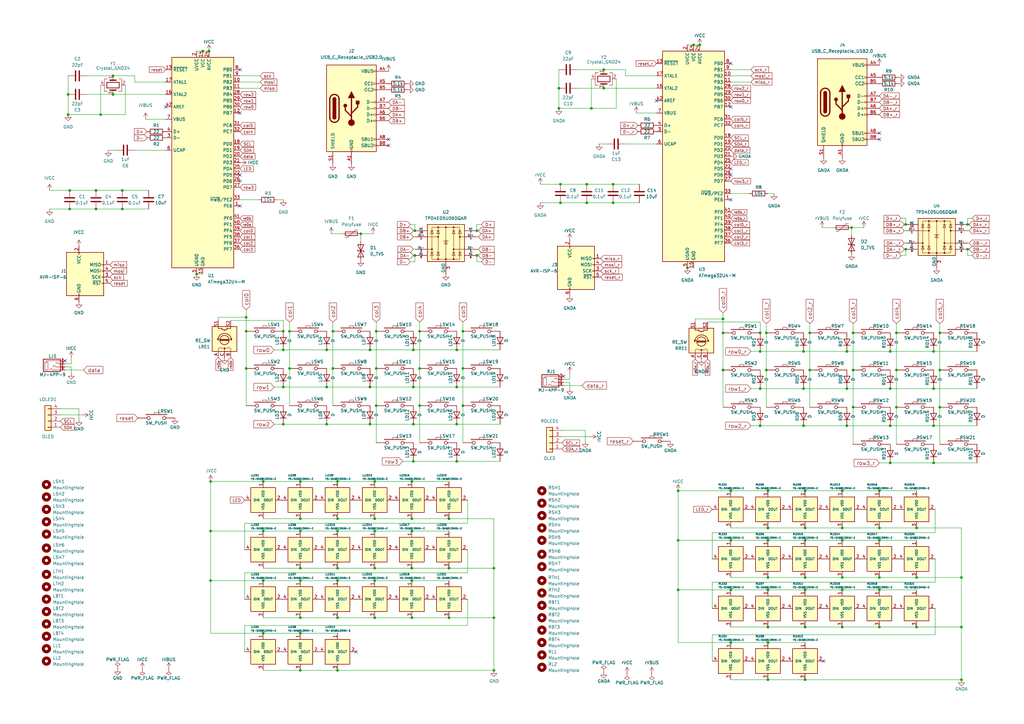
<source format=kicad_sch>
(kicad_sch (version 20211123) (generator eeschema)
  (paper "A3")
  (title_block (title "Corne") (date "2022-05-05") (rev "4.0.0") (company "foostan"))
  (junction (at 299.72 241.935))
  (junction (at 314.96 201.295))
  (junction (at 50.165 78.105))
  (junction (at 345.44 201.295))
  (junction (at 345.44 257.175))
  (junction (at 153.67 197.485))
  (junction (at 278.13 201.295))
  (junction (at 138.43 212.725))
  (junction (at 147.955 95.885))
  (junction (at 168.91 238.125))
  (junction (at 296.545 136.525))
  (junction (at 349.25 93.345))
  (junction (at 116.205 135.89))
  (junction (at 151.765 143.51))
  (junction (at 172.085 166.37))
  (junction (at 251.46 83.185))
  (junction (at 330.2 216.535))
  (junction (at 170.18 94.615))
  (junction (at 169.545 173.99))
  (junction (at 382.905 174.625))
  (junction (at 169.545 143.51))
  (junction (at 396.875 102.235))
  (junction (at 168.91 217.805))
  (junction (at 100.965 151.13))
  (junction (at 394.335 236.855))
  (junction (at 382.905 159.385))
  (junction (at 187.325 143.51))
  (junction (at 123.19 233.045))
  (junction (at 27.94 46.99))
  (junction (at 184.15 212.725))
  (junction (at 330.2 201.295))
  (junction (at 314.325 136.525))
  (junction (at 360.68 257.175))
  (junction (at 116.205 158.75))
  (junction (at 138.43 253.365))
  (junction (at 375.92 257.175))
  (junction (at 347.345 159.385))
  (junction (at 375.92 236.855))
  (junction (at 360.68 216.535))
  (junction (at 172.085 135.89))
  (junction (at 138.43 233.045))
  (junction (at 80.645 112.395))
  (junction (at 314.96 241.935))
  (junction (at 153.67 233.045))
  (junction (at 118.745 135.89))
  (junction (at 138.43 197.485))
  (junction (at 229.87 83.185))
  (junction (at 375.92 216.535))
  (junction (at 314.96 278.765))
  (junction (at 365.125 174.625))
  (junction (at 360.68 241.935))
  (junction (at 287.02 18.415))
  (junction (at 187.325 173.99))
  (junction (at 247.65 36.195))
  (junction (at 138.43 217.805))
  (junction (at 360.68 221.615))
  (junction (at 349.885 151.765))
  (junction (at 296.545 130.81))
  (junction (at 169.545 158.75))
  (junction (at 345.44 236.855))
  (junction (at 330.2 221.615))
  (junction (at 46.355 31.115))
  (junction (at 311.785 174.625))
  (junction (at 28.575 78.105))
  (junction (at 296.545 151.765))
  (junction (at 367.665 151.765))
  (junction (at 138.43 238.125))
  (junction (at 396.875 92.075))
  (junction (at 371.475 102.235))
  (junction (at 278.13 241.935))
  (junction (at 187.325 189.23))
  (junction (at 349.885 136.525))
  (junction (at 195.58 104.775))
  (junction (at 385.445 136.525))
  (junction (at 83.185 20.955))
  (junction (at 133.985 158.75))
  (junction (at 394.335 257.175))
  (junction (at 345.44 221.615))
  (junction (at 116.205 143.51))
  (junction (at 314.96 216.535))
  (junction (at 107.95 197.485))
  (junction (at 371.475 92.075))
  (junction (at 202.565 233.045))
  (junction (at 360.68 201.295))
  (junction (at 311.785 144.145))
  (junction (at 195.58 94.615))
  (junction (at 251.46 75.565))
  (junction (at 138.43 274.955))
  (junction (at 86.36 238.125))
  (junction (at 86.36 197.485))
  (junction (at 329.565 159.385))
  (junction (at 136.525 151.13))
  (junction (at 154.305 135.89))
  (junction (at 365.125 189.865))
  (junction (at 314.96 236.855))
  (junction (at 184.15 253.365))
  (junction (at 229.235 36.195))
  (junction (at 347.345 174.625))
  (junction (at 349.885 167.005))
  (junction (at 107.95 217.805))
  (junction (at 240.665 75.565))
  (junction (at 345.44 216.535))
  (junction (at 385.445 167.005))
  (junction (at 367.665 136.525))
  (junction (at 347.345 144.145))
  (junction (at 41.275 46.99))
  (junction (at 168.91 212.725))
  (junction (at 136.525 135.89))
  (junction (at 172.085 151.13))
  (junction (at 229.235 44.45))
  (junction (at 133.985 173.99))
  (junction (at 330.2 257.175))
  (junction (at 153.67 238.125))
  (junction (at 168.91 233.045))
  (junction (at 202.565 253.365))
  (junction (at 311.785 159.385))
  (junction (at 189.865 166.37))
  (junction (at 107.95 238.125))
  (junction (at 367.665 167.005))
  (junction (at 123.19 197.485))
  (junction (at 284.48 18.415))
  (junction (at 123.19 259.715))
  (junction (at 314.96 221.615))
  (junction (at 329.565 144.145))
  (junction (at 242.57 44.45))
  (junction (at 170.18 104.775))
  (junction (at 365.125 144.145))
  (junction (at 330.2 236.855))
  (junction (at 332.105 151.765))
  (junction (at 345.44 241.935))
  (junction (at 365.125 159.385))
  (junction (at 187.325 158.75))
  (junction (at 329.565 174.625))
  (junction (at 281.94 109.855))
  (junction (at 39.37 78.105))
  (junction (at 123.19 274.955))
  (junction (at 46.355 38.735))
  (junction (at 299.72 201.295))
  (junction (at 107.95 259.715))
  (junction (at 154.305 166.37))
  (junction (at 153.67 253.365))
  (junction (at 154.305 151.13))
  (junction (at 28.575 85.725))
  (junction (at 85.725 20.955))
  (junction (at 330.2 278.765))
  (junction (at 151.765 158.75))
  (junction (at 299.72 263.525))
  (junction (at 332.105 136.525))
  (junction (at 116.205 173.99))
  (junction (at 123.19 212.725))
  (junction (at 385.445 151.765))
  (junction (at 168.91 253.365))
  (junction (at 100.965 135.89))
  (junction (at 278.13 221.615))
  (junction (at 382.905 144.145))
  (junction (at 27.94 38.735))
  (junction (at 229.87 75.565))
  (junction (at 39.37 85.725))
  (junction (at 299.72 221.615))
  (junction (at 247.65 28.575))
  (junction (at 240.665 83.185))
  (junction (at 314.325 151.765))
  (junction (at 311.785 136.525))
  (junction (at 184.15 233.045))
  (junction (at 100.965 130.175))
  (junction (at 153.67 212.725))
  (junction (at 314.96 263.525))
  (junction (at 50.165 85.725))
  (junction (at 123.19 238.125))
  (junction (at 189.865 151.13))
  (junction (at 153.67 217.805))
  (junction (at 123.19 217.805))
  (junction (at 123.19 253.365))
  (junction (at 133.985 143.51))
  (junction (at 189.865 135.89))
  (junction (at 86.36 217.805))
  (junction (at 202.565 274.955))
  (junction (at 360.68 236.855))
  (junction (at 382.905 189.865))
  (junction (at 168.91 197.485))
  (junction (at 151.765 173.99))
  (junction (at 169.545 189.23))
  (junction (at 118.745 151.13))
  (junction (at 394.335 278.765))
  (junction (at 314.96 257.175))
  (junction (at 330.2 241.935))
  (no_connect (at 98.425 84.455))
  (no_connect (at 159.385 59.69))
  (no_connect (at 159.385 57.15))
  (no_connect (at 337.82 271.145))
  (no_connect (at 146.05 267.335))
  (no_connect (at 360.68 54.61))
  (no_connect (at 299.72 26.035))
  (no_connect (at 269.24 41.275))
  (no_connect (at 231.14 154.305))
  (no_connect (at 299.72 43.815))
  (no_connect (at 98.425 71.755))
  (no_connect (at 98.425 74.295))
  (no_connect (at 360.68 57.15))
  (no_connect (at 67.945 43.815))
  (no_connect (at 299.72 71.755))
  (no_connect (at 299.72 81.915))
  (no_connect (at 26.67 147.955))
  (no_connect (at 299.72 69.215))
  (no_connect (at 98.425 28.575))
  (no_connect (at 98.425 46.355))
  (wire (pts (xy 311.785 159.385) (xy 329.565 159.385)))
  (wire (pts (xy 307.975 159.385) (xy 311.785 159.385)))
  (wire (pts (xy 251.46 75.565) (xy 262.255 75.565)))
  (wire (pts (xy 59.69 48.895) (xy 67.945 48.895)))
  (wire (pts (xy 299.72 263.525) (xy 314.96 263.525)))
  (wire (pts (xy 256.54 28.575) (xy 247.65 28.575)))
  (wire (pts (xy 195.58 92.075) (xy 195.58 94.615)))
  (wire (pts (xy 86.36 197.485) (xy 107.95 197.485)))
  (wire (pts (xy 187.325 173.99) (xy 205.105 173.99)))
  (wire (pts (xy 168.275 107.315) (xy 170.18 107.315)))
  (wire (pts (xy 86.36 197.485) (xy 86.36 217.805)))
  (wire (pts (xy 347.345 174.625) (xy 365.125 174.625)))
  (wire (pts (xy 138.43 212.725) (xy 153.67 212.725)))
  (wire (pts (xy 89.535 130.175) (xy 100.965 130.175)))
  (wire (pts (xy 28.575 85.725) (xy 39.37 85.725)))
  (wire (pts (xy 299.72 221.615) (xy 314.96 221.615)))
  (wire (pts (xy 86.36 217.805) (xy 86.36 238.125)))
  (wire (pts (xy 107.95 233.045) (xy 123.19 233.045)))
  (wire (pts (xy 314.96 216.535) (xy 330.2 216.535)))
  (wire (pts (xy 107.95 253.365) (xy 123.19 253.365)))
  (wire (pts (xy 169.545 143.51) (xy 187.325 143.51)))
  (wire (pts (xy 189.865 132.08) (xy 189.865 135.89)))
  (wire (pts (xy 396.875 104.775) (xy 396.875 102.235)))
  (wire (pts (xy 98.425 81.915) (xy 106.045 81.915)))
  (wire (pts (xy 107.95 217.805) (xy 123.19 217.805)))
  (wire (pts (xy 229.87 83.185) (xy 240.665 83.185)))
  (wire (pts (xy 349.885 132.715) (xy 349.885 136.525)))
  (wire (pts (xy 169.545 158.75) (xy 187.325 158.75)))
  (wire (pts (xy 369.57 104.775) (xy 371.475 104.775)))
  (wire (pts (xy 311.785 144.145) (xy 329.565 144.145)))
  (wire (pts (xy 138.43 253.365) (xy 153.67 253.365)))
  (wire (pts (xy 240.665 75.565) (xy 251.46 75.565)))
  (wire (pts (xy 154.305 135.89) (xy 154.305 151.13)))
  (wire (pts (xy 278.13 201.295) (xy 299.72 201.295)))
  (wire (pts (xy 296.545 128.27) (xy 296.545 130.81)))
  (wire (pts (xy 383.54 260.35) (xy 292.1 260.35)))
  (wire (pts (xy 169.545 97.155) (xy 170.18 97.155)))
  (wire (pts (xy 187.325 158.75) (xy 205.105 158.75)))
  (wire (pts (xy 394.335 257.175) (xy 394.335 278.765)))
  (wire (pts (xy 112.395 143.51) (xy 116.205 143.51)))
  (wire (pts (xy 123.19 259.715) (xy 138.43 259.715)))
  (wire (pts (xy 383.54 238.76) (xy 292.1 238.76)))
  (wire (pts (xy 367.665 151.765) (xy 367.665 167.005)))
  (wire (pts (xy 360.68 257.175) (xy 375.92 257.175)))
  (wire (pts (xy 107.95 274.955) (xy 123.19 274.955)))
  (wire (pts (xy 281.94 109.855) (xy 284.48 109.855)))
  (wire (pts (xy 365.125 174.625) (xy 382.905 174.625)))
  (wire (pts (xy 370.84 94.615) (xy 371.475 94.615)))
  (wire (pts (xy 247.65 36.195) (xy 269.24 36.195)))
  (wire (pts (xy 100.965 135.89) (xy 100.965 151.13)))
  (wire (pts (xy 191.77 205.105) (xy 191.77 214.63)))
  (wire (pts (xy 153.67 253.365) (xy 168.91 253.365)))
  (wire (pts (xy 107.95 259.715) (xy 123.19 259.715)))
  (wire (pts (xy 39.37 78.105) (xy 50.165 78.105)))
  (wire (pts (xy 86.36 259.715) (xy 107.95 259.715)))
  (wire (pts (xy 168.91 212.725) (xy 184.15 212.725)))
  (wire (pts (xy 116.205 158.75) (xy 133.985 158.75)))
  (wire (pts (xy 314.96 241.935) (xy 330.2 241.935)))
  (wire (pts (xy 330.2 201.295) (xy 345.44 201.295)))
  (wire (pts (xy 191.77 245.745) (xy 191.77 256.54)))
  (wire (pts (xy 107.95 238.125) (xy 123.19 238.125)))
  (wire (pts (xy 168.275 92.075) (xy 170.18 92.075)))
  (wire (pts (xy 29.21 150.495) (xy 29.21 153.035)))
  (wire (pts (xy 299.72 216.535) (xy 314.96 216.535)))
  (wire (pts (xy 382.905 159.385) (xy 400.685 159.385)))
  (wire (pts (xy 314.96 221.615) (xy 330.2 221.615)))
  (wire (pts (xy 311.785 174.625) (xy 329.565 174.625)))
  (wire (pts (xy 116.205 143.51) (xy 133.985 143.51)))
  (wire (pts (xy 20.32 78.105) (xy 28.575 78.105)))
  (wire (pts (xy 94.615 131.445) (xy 116.205 131.445)))
  (wire (pts (xy 292.1 218.44) (xy 292.1 229.235)))
  (wire (pts (xy 80.645 112.395) (xy 83.185 112.395)))
  (wire (pts (xy 154.305 132.08) (xy 154.305 135.89)))
  (wire (pts (xy 332.105 132.715) (xy 332.105 136.525)))
  (wire (pts (xy 154.305 166.37) (xy 154.305 181.61)))
  (wire (pts (xy 116.205 173.99) (xy 133.985 173.99)))
  (wire (pts (xy 383.54 229.235) (xy 383.54 238.76)))
  (wire (pts (xy 89.535 131.445) (xy 89.535 130.175)))
  (wire (pts (xy 51.435 34.925) (xy 51.435 46.99)))
  (wire (pts (xy 118.745 135.89) (xy 118.745 151.13)))
  (wire (pts (xy 260.985 46.355) (xy 269.24 46.355)))
  (wire (pts (xy 100.33 214.63) (xy 100.33 225.425)))
  (wire (pts (xy 195.58 94.615) (xy 196.215 94.615)))
  (wire (pts (xy 382.905 144.145) (xy 400.685 144.145)))
  (wire (pts (xy 278.13 241.935) (xy 278.13 263.525)))
  (wire (pts (xy 107.95 212.725) (xy 123.19 212.725)))
  (wire (pts (xy 123.19 197.485) (xy 138.43 197.485)))
  (wire (pts (xy 242.57 44.45) (xy 242.57 32.385)))
  (wire (pts (xy 32.385 167.64) (xy 24.765 167.64)))
  (wire (pts (xy 371.475 104.775) (xy 371.475 102.235)))
  (wire (pts (xy 151.765 143.51) (xy 169.545 143.51)))
  (wire (pts (xy 116.205 131.445) (xy 116.205 135.89)))
  (wire (pts (xy 299.72 278.765) (xy 314.96 278.765)))
  (wire (pts (xy 98.425 31.115) (xy 106.68 31.115)))
  (wire (pts (xy 345.44 236.855) (xy 360.68 236.855)))
  (wire (pts (xy 345.44 221.615) (xy 360.68 221.615)))
  (wire (pts (xy 252.73 44.45) (xy 242.57 44.45)))
  (wire (pts (xy 281.94 18.415) (xy 284.48 18.415)))
  (wire (pts (xy 385.445 167.005) (xy 385.445 182.245)))
  (wire (pts (xy 20.32 85.725) (xy 28.575 85.725)))
  (wire (pts (xy 123.19 217.805) (xy 138.43 217.805)))
  (wire (pts (xy 256.54 59.055) (xy 269.24 59.055)))
  (wire (pts (xy 107.95 197.485) (xy 123.19 197.485)))
  (wire (pts (xy 24.765 170.18) (xy 33.655 170.18)))
  (wire (pts (xy 299.72 257.175) (xy 314.96 257.175)))
  (wire (pts (xy 191.77 214.63) (xy 100.33 214.63)))
  (wire (pts (xy 269.24 31.115) (xy 256.54 31.115)))
  (wire (pts (xy 349.885 167.005) (xy 349.885 182.245)))
  (wire (pts (xy 168.91 233.045) (xy 184.15 233.045)))
  (wire (pts (xy 46.355 38.735) (xy 67.945 38.735)))
  (wire (pts (xy 231.14 156.845) (xy 233.68 156.845)))
  (wire (pts (xy 41.275 46.99) (xy 41.275 34.925)))
  (wire (pts (xy 29.21 149.225) (xy 29.21 146.685)))
  (wire (pts (xy 191.77 256.54) (xy 100.33 256.54)))
  (wire (pts (xy 195.58 102.235) (xy 196.215 102.235)))
  (wire (pts (xy 169.545 102.235) (xy 170.18 102.235)))
  (wire (pts (xy 39.37 85.725) (xy 50.165 85.725)))
  (wire (pts (xy 26.67 150.495) (xy 29.21 150.495)))
  (wire (pts (xy 383.54 249.555) (xy 383.54 260.35)))
  (wire (pts (xy 329.565 159.385) (xy 347.345 159.385)))
  (wire (pts (xy 184.15 233.045) (xy 202.565 233.045)))
  (wire (pts (xy 330.2 278.765) (xy 394.335 278.765)))
  (wire (pts (xy 229.235 44.45) (xy 242.57 44.45)))
  (wire (pts (xy 383.54 218.44) (xy 292.1 218.44)))
  (wire (pts (xy 278.13 221.615) (xy 278.13 241.935)))
  (wire (pts (xy 370.84 102.235) (xy 371.475 102.235)))
  (wire (pts (xy 332.105 136.525) (xy 332.105 151.765)))
  (wire (pts (xy 330.2 221.615) (xy 345.44 221.615)))
  (wire (pts (xy 100.965 127) (xy 100.965 130.175)))
  (wire (pts (xy 314.96 201.295) (xy 330.2 201.295)))
  (wire (pts (xy 233.68 156.845) (xy 233.68 159.385)))
  (wire (pts (xy 375.92 216.535) (xy 394.335 216.535)))
  (wire (pts (xy 100.965 151.13) (xy 100.965 166.37)))
  (wire (pts (xy 360.68 189.865) (xy 365.125 189.865)))
  (wire (pts (xy 136.525 135.89) (xy 136.525 151.13)))
  (wire (pts (xy 329.565 144.145) (xy 347.345 144.145)))
  (wire (pts (xy 231.14 155.575) (xy 233.68 155.575)))
  (wire (pts (xy 202.565 233.045) (xy 202.565 253.365)))
  (wire (pts (xy 100.965 130.175) (xy 100.965 135.89)))
  (wire (pts (xy 133.985 173.99) (xy 151.765 173.99)))
  (wire (pts (xy 165.1 189.23) (xy 169.545 189.23)))
  (wire (pts (xy 154.305 151.13) (xy 154.305 166.37)))
  (wire (pts (xy 138.43 274.955) (xy 202.565 274.955)))
  (wire (pts (xy 113.665 81.915) (xy 116.205 81.915)))
  (wire (pts (xy 153.67 217.805) (xy 168.91 217.805)))
  (wire (pts (xy 55.245 31.115) (xy 46.355 31.115)))
  (wire (pts (xy 169.545 189.23) (xy 187.325 189.23)))
  (wire (pts (xy 123.19 253.365) (xy 138.43 253.365)))
  (wire (pts (xy 307.975 174.625) (xy 311.785 174.625)))
  (wire (pts (xy 44.45 61.595) (xy 47.625 61.595)))
  (wire (pts (xy 28.575 78.105) (xy 39.37 78.105)))
  (wire (pts (xy 168.91 253.365) (xy 184.15 253.365)))
  (wire (pts (xy 337.185 93.345) (xy 341.63 93.345)))
  (wire (pts (xy 170.18 107.315) (xy 170.18 104.775)))
  (wire (pts (xy 112.395 158.75) (xy 116.205 158.75)))
  (wire (pts (xy 396.875 99.695) (xy 397.51 99.695)))
  (wire (pts (xy 123.19 274.955) (xy 138.43 274.955)))
  (wire (pts (xy 27.94 38.735) (xy 27.94 46.99)))
  (wire (pts (xy 347.345 159.385) (xy 365.125 159.385)))
  (wire (pts (xy 55.245 33.655) (xy 55.245 31.115)))
  (wire (pts (xy 195.58 107.315) (xy 195.58 104.775)))
  (wire (pts (xy 202.565 212.725) (xy 202.565 233.045)))
  (wire (pts (xy 285.115 132.08) (xy 285.115 130.81)))
  (wire (pts (xy 394.335 236.855) (xy 394.335 257.175)))
  (wire (pts (xy 349.25 93.345) (xy 354.33 93.345)))
  (wire (pts (xy 349.885 136.525) (xy 349.885 151.765)))
  (wire (pts (xy 26.67 151.765) (xy 34.29 151.765)))
  (wire (pts (xy 296.545 136.525) (xy 296.545 151.765)))
  (wire (pts (xy 278.13 201.295) (xy 278.13 221.615)))
  (wire (pts (xy 307.975 144.145) (xy 311.785 144.145)))
  (wire (pts (xy 123.19 233.045) (xy 138.43 233.045)))
  (wire (pts (xy 284.48 18.415) (xy 287.02 18.415)))
  (wire (pts (xy 118.745 151.13) (xy 118.745 166.37)))
  (wire (pts (xy 172.085 166.37) (xy 172.085 181.61)))
  (wire (pts (xy 189.865 135.89) (xy 189.865 151.13)))
  (wire (pts (xy 147.955 95.885) (xy 147.955 99.06)))
  (wire (pts (xy 367.665 167.005) (xy 367.665 182.245)))
  (wire (pts (xy 133.985 143.51) (xy 151.765 143.51)))
  (wire (pts (xy 26.67 149.225) (xy 29.21 149.225)))
  (wire (pts (xy 138.43 233.045) (xy 153.67 233.045)))
  (wire (pts (xy 278.13 241.935) (xy 299.72 241.935)))
  (wire (pts (xy 172.085 132.08) (xy 172.085 135.89)))
  (wire (pts (xy 27.94 31.115) (xy 27.94 38.735)))
  (wire (pts (xy 349.885 151.765) (xy 349.885 167.005)))
  (wire (pts (xy 169.545 94.615) (xy 170.18 94.615)))
  (wire (pts (xy 365.125 159.385) (xy 382.905 159.385)))
  (wire (pts (xy 98.425 36.195) (xy 106.68 36.195)))
  (wire (pts (xy 314.96 263.525) (xy 330.2 263.525)))
  (wire (pts (xy 151.765 173.99) (xy 169.545 173.99)))
  (wire (pts (xy 290.195 132.08) (xy 311.785 132.08)))
  (wire (pts (xy 32.385 172.085) (xy 32.385 167.64)))
  (wire (pts (xy 345.44 257.175) (xy 360.68 257.175)))
  (wire (pts (xy 231.14 158.115) (xy 238.76 158.115)))
  (wire (pts (xy 195.58 97.155) (xy 196.215 97.155)))
  (wire (pts (xy 245.745 59.055) (xy 248.92 59.055)))
  (wire (pts (xy 349.25 93.345) (xy 349.25 96.52)))
  (wire (pts (xy 197.485 107.315) (xy 195.58 107.315)))
  (wire (pts (xy 329.565 174.625) (xy 347.345 174.625)))
  (wire (pts (xy 251.46 83.185) (xy 262.255 83.185)))
  (wire (pts (xy 360.68 241.935) (xy 375.92 241.935)))
  (wire (pts (xy 170.18 92.075) (xy 170.18 94.615)))
  (wire (pts (xy 229.235 36.195) (xy 229.235 44.45)))
  (wire (pts (xy 153.67 233.045) (xy 168.91 233.045)))
  (wire (pts (xy 100.33 234.95) (xy 100.33 245.745)))
  (wire (pts (xy 330.2 216.535) (xy 345.44 216.535)))
  (wire (pts (xy 187.325 143.51) (xy 205.105 143.51)))
  (wire (pts (xy 236.855 28.575) (xy 247.65 28.575)))
  (wire (pts (xy 394.335 216.535) (xy 394.335 236.855)))
  (wire (pts (xy 229.235 28.575) (xy 229.235 36.195)))
  (wire (pts (xy 221.615 83.185) (xy 229.87 83.185)))
  (wire (pts (xy 233.68 155.575) (xy 233.68 153.035)))
  (wire (pts (xy 191.77 225.425) (xy 191.77 234.95)))
  (wire (pts (xy 360.68 201.295) (xy 375.92 201.295)))
  (wire (pts (xy 367.665 136.525) (xy 367.665 151.765)))
  (wire (pts (xy 314.325 151.765) (xy 314.325 167.005)))
  (wire (pts (xy 184.15 253.365) (xy 202.565 253.365)))
  (wire (pts (xy 278.13 263.525) (xy 299.72 263.525)))
  (wire (pts (xy 50.165 78.105) (xy 60.96 78.105)))
  (wire (pts (xy 136.525 132.08) (xy 136.525 135.89)))
  (wire (pts (xy 370.84 92.075) (xy 371.475 92.075)))
  (wire (pts (xy 252.73 32.385) (xy 252.73 44.45)))
  (wire (pts (xy 230.505 179.07) (xy 241.935 179.07)))
  (wire (pts (xy 169.545 104.775) (xy 170.18 104.775)))
  (wire (pts (xy 396.875 92.075) (xy 397.51 92.075)))
  (wire (pts (xy 367.665 132.715) (xy 367.665 136.525)))
  (wire (pts (xy 136.525 151.13) (xy 136.525 166.37)))
  (wire (pts (xy 375.92 236.855) (xy 394.335 236.855)))
  (wire (pts (xy 189.865 166.37) (xy 189.865 181.61)))
  (wire (pts (xy 50.165 85.725) (xy 60.96 85.725)))
  (wire (pts (xy 133.985 158.75) (xy 151.765 158.75)))
  (wire (pts (xy 86.36 238.125) (xy 86.36 259.715)))
  (wire (pts (xy 51.435 46.99) (xy 41.275 46.99)))
  (wire (pts (xy 382.905 174.625) (xy 400.685 174.625)))
  (wire (pts (xy 236.855 36.195) (xy 247.65 36.195)))
  (wire (pts (xy 398.78 89.535) (xy 396.875 89.535)))
  (wire (pts (xy 153.67 197.485) (xy 168.91 197.485)))
  (wire (pts (xy 299.72 201.295) (xy 314.96 201.295)))
  (wire (pts (xy 138.43 197.485) (xy 153.67 197.485)))
  (wire (pts (xy 35.56 38.735) (xy 46.355 38.735)))
  (wire (pts (xy 187.325 189.23) (xy 205.105 189.23)))
  (wire (pts (xy 240.03 176.53) (xy 240.03 180.975)))
  (wire (pts (xy 67.945 33.655) (xy 55.245 33.655)))
  (wire (pts (xy 332.105 151.765) (xy 332.105 167.005)))
  (wire (pts (xy 112.395 173.99) (xy 116.205 173.99)))
  (wire (pts (xy 385.445 132.715) (xy 385.445 136.525)))
  (wire (pts (xy 299.72 33.655) (xy 307.975 33.655)))
  (wire (pts (xy 153.67 212.725) (xy 168.91 212.725)))
  (wire (pts (xy 197.485 92.075) (xy 195.58 92.075)))
  (wire (pts (xy 311.785 132.08) (xy 311.785 136.525)))
  (wire (pts (xy 230.505 176.53) (xy 240.03 176.53)))
  (wire (pts (xy 229.87 75.565) (xy 240.665 75.565)))
  (wire (pts (xy 98.425 33.655) (xy 106.68 33.655)))
  (wire (pts (xy 172.085 135.89) (xy 172.085 151.13)))
  (wire (pts (xy 330.2 241.935) (xy 345.44 241.935)))
  (wire (pts (xy 345.44 241.935) (xy 360.68 241.935)))
  (wire (pts (xy 365.125 189.865) (xy 382.905 189.865)))
  (wire (pts (xy 330.2 236.855) (xy 345.44 236.855)))
  (wire (pts (xy 299.72 236.855) (xy 314.96 236.855)))
  (wire (pts (xy 195.58 104.775) (xy 196.215 104.775)))
  (wire (pts (xy 55.245 61.595) (xy 67.945 61.595)))
  (wire (pts (xy 147.955 95.885) (xy 153.035 95.885)))
  (wire (pts (xy 168.91 197.485) (xy 184.15 197.485)))
  (wire (pts (xy 296.545 151.765) (xy 296.545 167.005)))
  (wire (pts (xy 385.445 151.765) (xy 385.445 167.005)))
  (wire (pts (xy 299.72 31.115) (xy 307.975 31.115)))
  (wire (pts (xy 118.745 132.08) (xy 118.745 135.89)))
  (wire (pts (xy 135.89 95.885) (xy 140.335 95.885)))
  (wire (pts (xy 240.665 83.185) (xy 251.46 83.185)))
  (wire (pts (xy 27.94 46.99) (xy 41.275 46.99)))
  (wire (pts (xy 299.72 79.375) (xy 307.34 79.375)))
  (wire (pts (xy 370.84 99.695) (xy 371.475 99.695)))
  (wire (pts (xy 153.67 238.125) (xy 168.91 238.125)))
  (wire (pts (xy 184.15 212.725) (xy 202.565 212.725)))
  (wire (pts (xy 365.125 144.145) (xy 382.905 144.145)))
  (wire (pts (xy 398.78 104.775) (xy 396.875 104.775)))
  (wire (pts (xy 371.475 89.535) (xy 371.475 92.075)))
  (wire (pts (xy 396.875 102.235) (xy 397.51 102.235)))
  (wire (pts (xy 299.72 241.935) (xy 314.96 241.935)))
  (wire (pts (xy 138.43 217.805) (xy 153.67 217.805)))
  (wire (pts (xy 314.96 257.175) (xy 330.2 257.175)))
  (wire (pts (xy 299.72 28.575) (xy 307.975 28.575)))
  (wire (pts (xy 360.68 236.855) (xy 375.92 236.855)))
  (wire (pts (xy 375.92 257.175) (xy 394.335 257.175)))
  (wire (pts (xy 382.905 189.865) (xy 400.685 189.865)))
  (wire (pts (xy 123.19 212.725) (xy 138.43 212.725)))
  (wire (pts (xy 314.96 236.855) (xy 330.2 236.855)))
  (wire (pts (xy 256.54 31.115) (xy 256.54 28.575)))
  (wire (pts (xy 189.865 151.13) (xy 189.865 166.37)))
  (wire (pts (xy 191.77 234.95) (xy 100.33 234.95)))
  (wire (pts (xy 35.56 31.115) (xy 46.355 31.115)))
  (wire (pts (xy 347.345 144.145) (xy 365.125 144.145)))
  (wire (pts (xy 383.54 208.915) (xy 383.54 218.44)))
  (wire (pts (xy 107.95 217.805) (xy 86.36 217.805)))
  (wire (pts (xy 221.615 75.565) (xy 229.87 75.565)))
  (wire (pts (xy 292.1 260.35) (xy 292.1 271.145)))
  (wire (pts (xy 138.43 238.125) (xy 153.67 238.125)))
  (wire (pts (xy 345.44 216.535) (xy 360.68 216.535)))
  (wire (pts (xy 360.68 216.535) (xy 375.92 216.535)))
  (wire (pts (xy 172.085 151.13) (xy 172.085 166.37)))
  (wire (pts (xy 86.36 238.125) (xy 107.95 238.125)))
  (wire (pts (xy 169.545 173.99) (xy 187.325 173.99)))
  (wire (pts (xy 83.185 20.955) (xy 85.725 20.955)))
  (wire (pts (xy 314.96 79.375) (xy 317.5 79.375)))
  (wire (pts (xy 80.645 20.955) (xy 83.185 20.955)))
  (wire (pts (xy 396.875 89.535) (xy 396.875 92.075)))
  (wire (pts (xy 369.57 89.535) (xy 371.475 89.535)))
  (wire (pts (xy 123.19 238.125) (xy 138.43 238.125)))
  (wire (pts (xy 168.91 238.125) (xy 184.15 238.125)))
  (wire (pts (xy 345.44 201.295) (xy 360.68 201.295)))
  (wire (pts (xy 360.68 221.615) (xy 375.92 221.615)))
  (wire (pts (xy 285.115 130.81) (xy 296.545 130.81)))
  (wire (pts (xy 396.875 94.615) (xy 397.51 94.615)))
  (wire (pts (xy 330.2 257.175) (xy 345.44 257.175)))
  (wire (pts (xy 314.325 136.525) (xy 314.325 151.765)))
  (wire (pts (xy 299.72 221.615) (xy 278.13 221.615)))
  (wire (pts (xy 100.33 256.54) (xy 100.33 267.335)))
  (wire (pts (xy 202.565 253.365) (xy 202.565 274.955)))
  (wire (pts (xy 314.325 132.715) (xy 314.325 136.525)))
  (wire (pts (xy 151.765 158.75) (xy 169.545 158.75)))
  (wire (pts (xy 314.96 278.765) (xy 330.2 278.765)))
  (wire (pts (xy 168.91 217.805) (xy 184.15 217.805)))
  (wire (pts (xy 296.545 130.81) (xy 296.545 136.525)))
  (wire (pts (xy 385.445 136.525) (xy 385.445 151.765)))
  (wire (pts (xy 292.1 238.76) (xy 292.1 249.555)))
  (global_label "col3" (shape input) (at 154.305 132.08 90) (effects (font (size 1.524 1.524))) (property "Intersheet References" "${INTERSHEET_REFS}" (effects hide)))
  (global_label "col4" (shape input) (at 98.425 53.975 0) (effects (font (size 1.1938 1.1938))) (property "Intersheet References" "${INTERSHEET_REFS}" (effects hide)))
  (global_label "DA+" (shape input) (at 159.385 46.99 0) (property "Intersheet References" "${INTERSHEET_REFS}" (effects hide)))
  (global_label "re0a_r" (shape input) (at 285.115 147.32 270) (effects (font (size 1 1))) (property "Intersheet References" "${INTERSHEET_REFS}" (effects hide)))
  (global_label "reset_r" (shape input) (at 269.24 26.035 180) (effects (font (size 1.1938 1.1938))) (property "Intersheet References" "${INTERSHEET_REFS}" (effects hide)))
  (global_label "DA-" (shape input) (at 169.545 102.235 180) (property "Intersheet References" "${INTERSHEET_REFS}" (effects hide)))
  (global_label "sck_r" (shape input) (at 307.975 28.575 0) (property "Intersheet References" "${INTERSHEET_REFS}" (effects hide)))
  (global_label "col1_r" (shape input) (at 314.325 132.715 90) (effects (font (size 1.524 1.524))) (property "Intersheet References" "${INTERSHEET_REFS}" (effects hide)))
  (global_label "miso_r" (shape input) (at 246.38 106.045 0) (property "Intersheet References" "${INTERSHEET_REFS}" (effects hide)))
  (global_label "col3_r" (shape input) (at 299.72 99.695 0) (effects (font (size 1.1938 1.1938))) (property "Intersheet References" "${INTERSHEET_REFS}" (effects hide)))
  (global_label "col1" (shape input) (at 118.745 132.08 90) (effects (font (size 1.524 1.524))) (property "Intersheet References" "${INTERSHEET_REFS}" (effects hide)))
  (global_label "miso_r" (shape input) (at 307.975 33.655 0) (property "Intersheet References" "${INTERSHEET_REFS}" (effects hide)))
  (global_label "re0a_r" (shape input) (at 299.72 89.535 0) (effects (font (size 1 1))) (property "Intersheet References" "${INTERSHEET_REFS}" (effects hide)))
  (global_label "D+_r" (shape input) (at 369.57 89.535 180) (property "Intersheet References" "${INTERSHEET_REFS}" (effects hide)))
  (global_label "reset" (shape input) (at 56.515 171.45 180) (effects (font (size 1.524 1.524))) (property "Intersheet References" "${INTERSHEET_REFS}" (effects hide)))
  (global_label "DA-_r" (shape input) (at 370.84 99.695 180) (property "Intersheet References" "${INTERSHEET_REFS}" (effects hide)))
  (global_label "col4" (shape input) (at 172.085 132.08 90) (effects (font (size 1.524 1.524))) (property "Intersheet References" "${INTERSHEET_REFS}" (effects hide)))
  (global_label "D+_r" (shape input) (at 261.62 51.435 180) (property "Intersheet References" "${INTERSHEET_REFS}" (effects hide)))
  (global_label "DB+" (shape input) (at 169.545 94.615 180) (property "Intersheet References" "${INTERSHEET_REFS}" (effects hide)))
  (global_label "re0a" (shape input) (at 98.425 92.075 0) (effects (font (size 1 1))) (property "Intersheet References" "${INTERSHEET_REFS}" (effects hide)))
  (global_label "DB+_r" (shape input) (at 360.68 46.99 0) (property "Intersheet References" "${INTERSHEET_REFS}" (effects hide)))
  (global_label "re0b_r" (shape input) (at 299.72 86.995 0) (effects (font (size 1 1))) (property "Intersheet References" "${INTERSHEET_REFS}" (effects hide)))
  (global_label "row1" (shape input) (at 98.425 41.275 0) (effects (font (size 1.1938 1.1938))) (property "Intersheet References" "${INTERSHEET_REFS}" (effects hide)))
  (global_label "mosi" (shape input) (at 106.68 33.655 0) (property "Intersheet References" "${INTERSHEET_REFS}" (effects hide)))
  (global_label "re0a" (shape input) (at 89.535 146.685 270) (effects (font (size 1 1))) (property "Intersheet References" "${INTERSHEET_REFS}" (effects hide)))
  (global_label "sck" (shape input) (at 45.085 113.665 0) (property "Intersheet References" "${INTERSHEET_REFS}" (effects hide)))
  (global_label "col2" (shape input) (at 136.525 132.08 90) (effects (font (size 1.524 1.524))) (property "Intersheet References" "${INTERSHEET_REFS}" (effects hide)))
  (global_label "data_r" (shape input) (at 299.72 61.595 0) (effects (font (size 1.1938 1.1938))) (property "Intersheet References" "${INTERSHEET_REFS}" (effects hide)))
  (global_label "row3" (shape input) (at 98.425 76.835 0) (effects (font (size 1.1938 1.1938))) (property "Intersheet References" "${INTERSHEET_REFS}" (effects hide)))
  (global_label "col3_r" (shape input) (at 349.885 132.715 90) (effects (font (size 1.524 1.524))) (property "Intersheet References" "${INTERSHEET_REFS}" (effects hide)))
  (global_label "SDA_r" (shape input) (at 299.72 59.055 0) (effects (font (size 1.1938 1.1938))) (property "Intersheet References" "${INTERSHEET_REFS}" (effects hide)))
  (global_label "LED_r" (shape input) (at 299.72 66.675 0) (effects (font (size 1.1938 1.1938))) (property "Intersheet References" "${INTERSHEET_REFS}" (effects hide)))
  (global_label "col5" (shape input) (at 189.865 132.08 90) (effects (font (size 1.524 1.524))) (property "Intersheet References" "${INTERSHEET_REFS}" (effects hide)))
  (global_label "DA-" (shape input) (at 169.545 104.775 180) (property "Intersheet References" "${INTERSHEET_REFS}" (effects hide)))
  (global_label "DA+_r" (shape input) (at 360.68 44.45 0) (property "Intersheet References" "${INTERSHEET_REFS}" (effects hide)))
  (global_label "DB+" (shape input) (at 169.545 97.155 180) (property "Intersheet References" "${INTERSHEET_REFS}" (effects hide)))
  (global_label "row1_r" (shape input) (at 299.72 38.735 0) (effects (font (size 1.1938 1.1938))) (property "Intersheet References" "${INTERSHEET_REFS}" (effects hide)))
  (global_label "DB-_r" (shape input) (at 397.51 99.695 0) (property "Intersheet References" "${INTERSHEET_REFS}" (effects hide)))
  (global_label "mosi_r" (shape input) (at 307.975 31.115 0) (property "Intersheet References" "${INTERSHEET_REFS}" (effects hide)))
  (global_label "data" (shape input) (at 98.425 64.135 0) (effects (font (size 1.1938 1.1938))) (property "Intersheet References" "${INTERSHEET_REFS}" (effects hide)))
  (global_label "reset" (shape input) (at 67.945 28.575 180) (effects (font (size 1.1938 1.1938))) (property "Intersheet References" "${INTERSHEET_REFS}" (effects hide)))
  (global_label "D+" (shape input) (at 197.485 92.075 0) (property "Intersheet References" "${INTERSHEET_REFS}" (effects hide)))
  (global_label "SCL_r" (shape input) (at 230.505 181.61 0) (effects (font (size 1.1938 1.1938))) (property "Intersheet References" "${INTERSHEET_REFS}" (effects hide)))
  (global_label "sck_r" (shape input) (at 246.38 111.125 0) (property "Intersheet References" "${INTERSHEET_REFS}" (effects hide)))
  (global_label "SCL" (shape input) (at 24.765 172.72 0) (effects (font (size 1.1938 1.1938))) (property "Intersheet References" "${INTERSHEET_REFS}" (effects hide)))
  (global_label "col0" (shape input) (at 98.425 94.615 0) (effects (font (size 1.1938 1.1938))) (property "Intersheet References" "${INTERSHEET_REFS}" (effects hide)))
  (global_label "D-_r" (shape input) (at 369.57 104.775 180) (property "Intersheet References" "${INTERSHEET_REFS}" (effects hide)))
  (global_label "row2" (shape input) (at 112.395 173.99 180) (effects (font (size 1.524 1.524))) (property "Intersheet References" "${INTERSHEET_REFS}" (effects hide)))
  (global_label "DB+_r" (shape input) (at 370.84 94.615 180) (property "Intersheet References" "${INTERSHEET_REFS}" (effects hide)))
  (global_label "row2_r" (shape input) (at 299.72 36.195 0) (effects (font (size 1.1938 1.1938))) (property "Intersheet References" "${INTERSHEET_REFS}" (effects hide)))
  (global_label "DB+_r" (shape input) (at 370.84 92.075 180) (property "Intersheet References" "${INTERSHEET_REFS}" (effects hide)))
  (global_label "col4_r" (shape input) (at 299.72 51.435 0) (effects (font (size 1.1938 1.1938))) (property "Intersheet References" "${INTERSHEET_REFS}" (effects hide)))
  (global_label "reset" (shape input) (at 45.085 116.205 0) (property "Intersheet References" "${INTERSHEET_REFS}" (effects hide)))
  (global_label "col1" (shape input) (at 98.425 97.155 0) (effects (font (size 1.1938 1.1938))) (property "Intersheet References" "${INTERSHEET_REFS}" (effects hide)))
  (global_label "DA+_r" (shape input) (at 397.51 92.075 0) (property "Intersheet References" "${INTERSHEET_REFS}" (effects hide)))
  (global_label "row2" (shape input) (at 98.425 38.735 0) (effects (font (size 1.1938 1.1938))) (property "Intersheet References" "${INTERSHEET_REFS}" (effects hide)))
  (global_label "DB-_r" (shape input) (at 360.68 41.91 0) (property "Intersheet References" "${INTERSHEET_REFS}" (effects hide)))
  (global_label "col2_r" (shape input) (at 299.72 97.155 0) (effects (font (size 1.1938 1.1938))) (property "Intersheet References" "${INTERSHEET_REFS}" (effects hide)))
  (global_label "row0" (shape input) (at 98.425 43.815 0) (effects (font (size 1.1938 1.1938))) (property "Intersheet References" "${INTERSHEET_REFS}" (effects hide)))
  (global_label "DA-_r" (shape input) (at 370.84 102.235 180) (property "Intersheet References" "${INTERSHEET_REFS}" (effects hide)))
  (global_label "D+" (shape input) (at 168.275 92.075 180) (property "Intersheet References" "${INTERSHEET_REFS}" (effects hide)))
  (global_label "miso" (shape input) (at 45.085 108.585 0) (property "Intersheet References" "${INTERSHEET_REFS}" (effects hide)))
  (global_label "sck" (shape input) (at 106.68 31.115 0) (property "Intersheet References" "${INTERSHEET_REFS}" (effects hide)))
  (global_label "re0b" (shape input) (at 94.615 146.685 270) (effects (font (size 1 1))) (property "Intersheet References" "${INTERSHEET_REFS}" (effects hide)))
  (global_label "DA-_r" (shape input) (at 360.68 39.37 0) (property "Intersheet References" "${INTERSHEET_REFS}" (effects hide)))
  (global_label "LED" (shape input) (at 100.33 205.105 180) (property "Intersheet References" "${INTERSHEET_REFS}" (effects hide)))
  (global_label "SDA" (shape input) (at 24.765 175.26 0) (effects (font (size 1.1938 1.1938))) (property "Intersheet References" "${INTERSHEET_REFS}" (effects hide)))
  (global_label "col0_r" (shape input) (at 299.72 92.075 0) (effects (font (size 1.1938 1.1938))) (property "Intersheet References" "${INTERSHEET_REFS}" (effects hide)))
  (global_label "col5_r" (shape input) (at 385.445 132.715 90) (effects (font (size 1.524 1.524))) (property "Intersheet References" "${INTERSHEET_REFS}" (effects hide)))
  (global_label "col5_r" (shape input) (at 299.72 48.895 0) (effects (font (size 1.1938 1.1938))) (property "Intersheet References" "${INTERSHEET_REFS}" (effects hide)))
  (global_label "col3" (shape input) (at 98.425 102.235 0) (effects (font (size 1.1938 1.1938))) (property "Intersheet References" "${INTERSHEET_REFS}" (effects hide)))
  (global_label "row3" (shape input) (at 165.1 189.23 180) (effects (font (size 1.524 1.524))) (property "Intersheet References" "${INTERSHEET_REFS}" (effects hide)))
  (global_label "SCL_r" (shape input) (at 299.72 56.515 0) (effects (font (size 1.1938 1.1938))) (property "Intersheet References" "${INTERSHEET_REFS}" (effects hide)))
  (global_label "DA+_r" (shape input) (at 397.51 94.615 0) (property "Intersheet References" "${INTERSHEET_REFS}" (effects hide)))
  (global_label "D+" (shape input) (at 60.325 53.975 180) (property "Intersheet References" "${INTERSHEET_REFS}" (effects hide)))
  (global_label "row3_r" (shape input) (at 360.68 189.865 180) (effects (font (size 1.524 1.524))) (property "Intersheet References" "${INTERSHEET_REFS}" (effects hide)))
  (global_label "col2_r" (shape input) (at 332.105 132.715 90) (effects (font (size 1.524 1.524))) (property "Intersheet References" "${INTERSHEET_REFS}" (effects hide)))
  (global_label "row0_r" (shape input) (at 307.975 144.145 180) (effects (font (size 1.524 1.524))) (property "Intersheet References" "${INTERSHEET_REFS}" (effects hide)))
  (global_label "row0" (shape input) (at 112.395 143.51 180) (effects (font (size 1.524 1.524))) (property "Intersheet References" "${INTERSHEET_REFS}" (effects hide)))
  (global_label "DB+" (shape input) (at 159.385 49.53 0) (property "Intersheet References" "${INTERSHEET_REFS}" (effects hide)))
  (global_label "reset_r" (shape input) (at 246.38 113.665 0) (property "Intersheet References" "${INTERSHEET_REFS}" (effects hide)))
  (global_label "LED_r" (shape input) (at 292.1 208.915 180) (property "Intersheet References" "${INTERSHEET_REFS}" (effects hide)))
  (global_label "col2" (shape input) (at 98.425 99.695 0) (effects (font (size 1.1938 1.1938))) (property "Intersheet References" "${INTERSHEET_REFS}" (effects hide)))
  (global_label "miso" (shape input) (at 106.68 36.195 0) (property "Intersheet References" "${INTERSHEET_REFS}" (effects hide)))
  (global_label "D-" (shape input) (at 197.485 107.315 0) (property "Intersheet References" "${INTERSHEET_REFS}" (effects hide)))
  (global_label "DB-" (shape input) (at 159.385 44.45 0) (property "Intersheet References" "${INTERSHEET_REFS}" (effects hide)))
  (global_label "DB-" (shape input) (at 196.215 102.235 0) (property "Intersheet References" "${INTERSHEET_REFS}" (effects hide)))
  (global_label "row0_r" (shape input) (at 299.72 41.275 0) (effects (font (size 1.1938 1.1938))) (property "Intersheet References" "${INTERSHEET_REFS}" (effects hide)))
  (global_label "DB-" (shape input) (at 196.215 104.775 0) (property "Intersheet References" "${INTERSHEET_REFS}" (effects hide)))
  (global_label "col0_r" (shape input) (at 296.545 128.27 90) (effects (font (size 1.524 1.524))) (property "Intersheet References" "${INTERSHEET_REFS}" (effects hide)))
  (global_label "SCL" (shape input) (at 98.425 59.055 0) (effects (font (size 1.1938 1.1938))) (property "Intersheet References" "${INTERSHEET_REFS}" (effects hide)))
  (global_label "SDA_r" (shape input) (at 230.505 184.15 0) (effects (font (size 1.1938 1.1938))) (property "Intersheet References" "${INTERSHEET_REFS}" (effects hide)))
  (global_label "DA+" (shape input) (at 196.215 97.155 0) (property "Intersheet References" "${INTERSHEET_REFS}" (effects hide)))
  (global_label "SDA" (shape input) (at 98.425 61.595 0) (effects (font (size 1.1938 1.1938))) (property "Intersheet References" "${INTERSHEET_REFS}" (effects hide)))
  (global_label "mosi" (shape input) (at 45.085 111.125 0) (property "Intersheet References" "${INTERSHEET_REFS}" (effects hide)))
  (global_label "row2_r" (shape input) (at 307.975 174.625 180) (effects (font (size 1.524 1.524))) (property "Intersheet References" "${INTERSHEET_REFS}" (effects hide)))
  (global_label "data" (shape input) (at 34.29 151.765 0) (effects (font (size 1.524 1.524))) (property "Intersheet References" "${INTERSHEET_REFS}" (effects hide)))
  (global_label "data_r" (shape input) (at 238.76 158.115 0) (effects (font (size 1.524 1.524))) (property "Intersheet References" "${INTERSHEET_REFS}" (effects hide)))
  (global_label "D-_r" (shape input) (at 261.62 53.975 180) (property "Intersheet References" "${INTERSHEET_REFS}" (effects hide)))
  (global_label "DA-" (shape input) (at 159.385 41.91 0) (property "Intersheet References" "${INTERSHEET_REFS}" (effects hide)))
  (global_label "col1_r" (shape input) (at 299.72 94.615 0) (effects (font (size 1.1938 1.1938))) (property "Intersheet References" "${INTERSHEET_REFS}" (effects hide)))
  (global_label "mosi_r" (shape input) (at 246.38 108.585 0) (property "Intersheet References" "${INTERSHEET_REFS}" (effects hide)))
  (global_label "DA+" (shape input) (at 196.215 94.615 0) (property "Intersheet References" "${INTERSHEET_REFS}" (effects hide)))
  (global_label "LED" (shape input) (at 98.425 69.215 0) (effects (font (size 1.1938 1.1938))) (property "Intersheet References" "${INTERSHEET_REFS}" (effects hide)))
  (global_label "D-_r" (shape input) (at 398.78 104.775 0) (property "Intersheet References" "${INTERSHEET_REFS}" (effects hide)))
  (global_label "col5" (shape input) (at 98.425 51.435 0) (effects (font (size 1.1938 1.1938))) (property "Intersheet References" "${INTERSHEET_REFS}" (effects hide)))
  (global_label "row1" (shape input) (at 112.395 158.75 180) (effects (font (size 1.524 1.524))) (property "Intersheet References" "${INTERSHEET_REFS}" (effects hide)))
  (global_label "row3_r" (shape input) (at 299.72 74.295 0) (effects (font (size 1.1938 1.1938))) (property "Intersheet References" "${INTERSHEET_REFS}" (effects hide)))
  (global_label "row1_r" (shape input) (at 307.975 159.385 180) (effects (font (size 1.524 1.524))) (property "Intersheet References" "${INTERSHEET_REFS}" (effects hide)))
  (global_label "D-" (shape input) (at 60.325 56.515 180) (property "Intersheet References" "${INTERSHEET_REFS}" (effects hide)))
  (global_label "D+_r" (shape input) (at 398.78 89.535 0) (property "Intersheet References" "${INTERSHEET_REFS}" (effects hide)))
  (global_label "DB-_r" (shape input) (at 397.51 102.235 0) (property "Intersheet References" "${INTERSHEET_REFS}" (effects hide)))
  (global_label "re0b_r" (shape input) (at 290.195 147.32 270) (effects (font (size 1 1))) (property "Intersheet References" "${INTERSHEET_REFS}" (effects hide)))
  (global_label "re0b" (shape input) (at 98.425 89.535 0) (effects (font (size 1 1))) (property "Intersheet References" "${INTERSHEET_REFS}" (effects hide)))
  (global_label "col4_r" (shape input) (at 367.665 132.715 90) (effects (font (size 1.524 1.524))) (property "Intersheet References" "${INTERSHEET_REFS}" (effects hide)))
  (global_label "reset_r" (shape input) (at 259.715 180.975 180) (effects (font (size 1.524 1.524))) (property "Intersheet References" "${INTERSHEET_REFS}" (effects hide)))
  (global_label "D-" (shape input) (at 168.275 107.315 180) (property "Intersheet References" "${INTERSHEET_REFS}" (effects hide)))
  (global_label "col0" (shape input) (at 100.965 127 90) (effects (font (size 1.524 1.524))) (property "Intersheet References" "${INTERSHEET_REFS}" (effects hide)))
  (symbol (lib_id "kbd:SW_PUSH") (at 126.365 135.89 0) (unit 1)
    (property "Reference" "LSW4" (at 130.175 133.096 0))
    (property "Value" "SW_PUSH" (at 126.365 137.922 0))
    (property "Footprint" "kbd:CherryMX_Hotswap" (effects hide))
  )
  (symbol (lib_id "Device:D") (at 133.985 139.7 90) (unit 1)
    (property "Reference" "LD4" (at 131.445 139.7 0))
    (property "Value" "D" (at 136.525 139.7 0))
    (property "Footprint" "kbd:D3_SMD_v2" (effects hide))
  )
  (symbol (lib_id "kbd:SW_PUSH") (at 144.145 135.89 0) (unit 1)
    (property "Reference" "LSW7" (at 147.955 133.096 0))
    (property "Value" "SW_PUSH" (at 144.145 137.922 0))
    (property "Footprint" "kbd:CherryMX_Hotswap" (effects hide))
  )
  (symbol (lib_id "Device:D") (at 151.765 139.7 90) (unit 1)
    (property "Reference" "LD7" (at 149.225 139.7 0))
    (property "Value" "D" (at 154.305 139.7 0))
    (property "Footprint" "kbd:D3_SMD_v2" (effects hide))
  )
  (symbol (lib_id "kbd:SW_PUSH") (at 161.925 135.89 0) (unit 1)
    (property "Reference" "LSW10" (at 165.735 133.096 0))
    (property "Value" "SW_PUSH" (at 161.925 137.922 0))
    (property "Footprint" "kbd:CherryMX_Hotswap" (effects hide))
  )
  (symbol (lib_id "kbd:SW_PUSH") (at 179.705 135.89 0) (unit 1)
    (property "Reference" "LSW14" (at 183.515 133.096 0))
    (property "Value" "SW_PUSH" (at 179.705 137.922 0))
    (property "Footprint" "kbd:CherryMX_Hotswap" (effects hide))
  )
  (symbol (lib_id "kbd:SW_PUSH") (at 197.485 135.89 0) (unit 1)
    (property "Reference" "LSW18" (at 201.295 133.096 0))
    (property "Value" "SW_PUSH" (at 197.485 137.922 0))
    (property "Footprint" "kbd:CherryMX_Hotswap" (effects hide))
  )
  (symbol (lib_id "Device:D") (at 169.545 139.7 90) (unit 1)
    (property "Reference" "LD10" (at 167.005 139.7 0))
    (property "Value" "D" (at 172.085 139.7 0))
    (property "Footprint" "kbd:D3_SMD_v2" (effects hide))
  )
  (symbol (lib_id "Device:D") (at 187.325 139.7 90) (unit 1)
    (property "Reference" "LD14" (at 184.785 139.7 0))
    (property "Value" "D" (at 189.865 139.7 0))
    (property "Footprint" "kbd:D3_SMD_v2" (effects hide))
  )
  (symbol (lib_id "Device:D") (at 205.105 139.7 90) (unit 1)
    (property "Reference" "LD18" (at 202.565 139.7 0))
    (property "Value" "D" (at 207.645 139.7 0))
    (property "Footprint" "kbd:D3_SMD_v2" (effects hide))
  )
  (symbol (lib_id "kbd:SW_PUSH") (at 108.585 135.89 0) (unit 1)
    (property "Reference" "LSW1" (at 112.395 133.096 0))
    (property "Value" "SW_PUSH" (at 108.585 137.922 0))
    (property "Footprint" "kbd:CherryMX_Hotswap" (effects hide))
  )
  (symbol (lib_id "Device:D") (at 116.205 139.7 90) (unit 1)
    (property "Reference" "LD1" (at 113.665 139.7 0))
    (property "Value" "D" (at 118.745 139.7 0))
    (property "Footprint" "kbd:D3_SMD_v2" (effects hide))
  )
  (symbol (lib_id "kbd:SW_PUSH") (at 126.365 151.13 0) (unit 1)
    (property "Reference" "LSW5" (at 130.175 148.336 0))
    (property "Value" "SW_PUSH" (at 126.365 153.162 0))
    (property "Footprint" "kbd:CherryMX_Hotswap" (effects hide))
  )
  (symbol (lib_id "Device:D") (at 133.985 154.94 90) (unit 1)
    (property "Reference" "LD5" (at 131.445 154.94 0))
    (property "Value" "D" (at 136.525 154.94 0))
    (property "Footprint" "kbd:D3_SMD_v2" (effects hide))
  )
  (symbol (lib_id "kbd:SW_PUSH") (at 144.145 151.13 0) (unit 1)
    (property "Reference" "LSW8" (at 147.955 148.336 0))
    (property "Value" "SW_PUSH" (at 144.145 153.162 0))
    (property "Footprint" "kbd:CherryMX_Hotswap" (effects hide))
  )
  (symbol (lib_id "Device:D") (at 151.765 154.94 90) (unit 1)
    (property "Reference" "LD8" (at 149.225 154.94 0))
    (property "Value" "D" (at 154.305 154.94 0))
    (property "Footprint" "kbd:D3_SMD_v2" (effects hide))
  )
  (symbol (lib_id "kbd:SW_PUSH") (at 161.925 151.13 0) (unit 1)
    (property "Reference" "LSW11" (at 165.735 148.336 0))
    (property "Value" "SW_PUSH" (at 161.925 153.162 0))
    (property "Footprint" "kbd:CherryMX_Hotswap" (effects hide))
  )
  (symbol (lib_id "kbd:SW_PUSH") (at 179.705 151.13 0) (unit 1)
    (property "Reference" "LSW15" (at 183.515 148.336 0))
    (property "Value" "SW_PUSH" (at 179.705 153.162 0))
    (property "Footprint" "kbd:CherryMX_Hotswap" (effects hide))
  )
  (symbol (lib_id "kbd:SW_PUSH") (at 197.485 151.13 0) (unit 1)
    (property "Reference" "LSW19" (at 201.295 148.336 0))
    (property "Value" "SW_PUSH" (at 197.485 153.162 0))
    (property "Footprint" "kbd:CherryMX_Hotswap" (effects hide))
  )
  (symbol (lib_id "Device:D") (at 169.545 154.94 90) (unit 1)
    (property "Reference" "LD11" (at 167.005 154.94 0))
    (property "Value" "D" (at 172.085 154.94 0))
    (property "Footprint" "kbd:D3_SMD_v2" (effects hide))
  )
  (symbol (lib_id "Device:D") (at 187.325 154.94 90) (unit 1)
    (property "Reference" "LD15" (at 184.785 154.94 0))
    (property "Value" "D" (at 189.865 154.94 0))
    (property "Footprint" "kbd:D3_SMD_v2" (effects hide))
  )
  (symbol (lib_id "Device:D") (at 205.105 154.94 90) (unit 1)
    (property "Reference" "LD19" (at 202.565 154.94 0))
    (property "Value" "D" (at 207.645 154.94 0))
    (property "Footprint" "kbd:D3_SMD_v2" (effects hide))
  )
  (symbol (lib_id "kbd:SW_PUSH") (at 108.585 151.13 0) (unit 1)
    (property "Reference" "LSW2" (at 112.395 148.336 0))
    (property "Value" "SW_PUSH" (at 108.585 153.162 0))
    (property "Footprint" "kbd:CherryMX_Hotswap" (effects hide))
  )
  (symbol (lib_id "Device:D") (at 116.205 154.94 90) (unit 1)
    (property "Reference" "LD2" (at 113.665 154.94 0))
    (property "Value" "D" (at 118.745 154.94 0))
    (property "Footprint" "kbd:D3_SMD_v2" (effects hide))
  )
  (symbol (lib_id "kbd:SW_PUSH") (at 126.365 166.37 0) (unit 1)
    (property "Reference" "LSW6" (at 130.175 163.576 0))
    (property "Value" "SW_PUSH" (at 126.365 168.402 0))
    (property "Footprint" "kbd:CherryMX_Hotswap" (effects hide))
  )
  (symbol (lib_id "Device:D") (at 133.985 170.18 90) (unit 1)
    (property "Reference" "LD6" (at 131.445 170.18 0))
    (property "Value" "D" (at 136.525 170.18 0))
    (property "Footprint" "kbd:D3_SMD_v2" (effects hide))
  )
  (symbol (lib_id "kbd:SW_PUSH") (at 144.145 166.37 0) (unit 1)
    (property "Reference" "LSW9" (at 147.955 163.576 0))
    (property "Value" "SW_PUSH" (at 144.145 168.402 0))
    (property "Footprint" "kbd:CherryMX_Hotswap" (effects hide))
  )
  (symbol (lib_id "Device:D") (at 151.765 170.18 90) (unit 1)
    (property "Reference" "LD9" (at 149.225 170.18 0))
    (property "Value" "D" (at 154.305 170.18 0))
    (property "Footprint" "kbd:D3_SMD_v2" (effects hide))
  )
  (symbol (lib_id "kbd:SW_PUSH") (at 161.925 166.37 0) (unit 1)
    (property "Reference" "LSW12" (at 165.735 163.576 0))
    (property "Value" "SW_PUSH" (at 161.925 168.402 0))
    (property "Footprint" "kbd:CherryMX_Hotswap" (effects hide))
  )
  (symbol (lib_id "kbd:SW_PUSH") (at 179.705 166.37 0) (unit 1)
    (property "Reference" "LSW16" (at 183.515 163.576 0))
    (property "Value" "SW_PUSH" (at 179.705 168.402 0))
    (property "Footprint" "kbd:CherryMX_Hotswap" (effects hide))
  )
  (symbol (lib_id "kbd:SW_PUSH") (at 197.485 166.37 0) (unit 1)
    (property "Reference" "LSW20" (at 201.295 163.576 0))
    (property "Value" "SW_PUSH" (at 197.485 168.402 0))
    (property "Footprint" "kbd:CherryMX_Hotswap" (effects hide))
  )
  (symbol (lib_id "Device:D") (at 169.545 170.18 90) (unit 1)
    (property "Reference" "LD12" (at 167.005 170.18 0))
    (property "Value" "D" (at 172.085 170.18 0))
    (property "Footprint" "kbd:D3_SMD_v2" (effects hide))
  )
  (symbol (lib_id "Device:D") (at 187.325 170.18 90) (unit 1)
    (property "Reference" "LD16" (at 184.785 170.18 0))
    (property "Value" "D" (at 189.865 170.18 0))
    (property "Footprint" "kbd:D3_SMD_v2" (effects hide))
  )
  (symbol (lib_id "Device:D") (at 205.105 170.18 90) (unit 1)
    (property "Reference" "LD20" (at 202.565 170.18 0))
    (property "Value" "D" (at 207.645 170.18 0))
    (property "Footprint" "kbd:D3_SMD_v2" (effects hide))
  )
  (symbol (lib_id "kbd:SW_PUSH") (at 108.585 166.37 0) (unit 1)
    (property "Reference" "LSW3" (at 112.395 163.576 0))
    (property "Value" "SW_PUSH" (at 108.585 168.402 0))
    (property "Footprint" "kbd:CherryMX_Hotswap" (effects hide))
  )
  (symbol (lib_id "Device:D") (at 116.205 170.18 90) (unit 1)
    (property "Reference" "LD3" (at 113.665 170.18 0))
    (property "Value" "D" (at 118.745 170.18 0))
    (property "Footprint" "kbd:D3_SMD_v2" (effects hide))
  )
  (symbol (lib_id "kbd:SW_PUSH") (at 179.705 181.61 0) (unit 1)
    (property "Reference" "LSW17" (at 183.515 178.816 0))
    (property "Value" "SW_PUSH" (at 179.705 183.642 0))
    (property "Footprint" "kbd:CherryMX_Hotswap" (effects hide))
  )
  (symbol (lib_id "Device:D") (at 187.325 185.42 90) (unit 1)
    (property "Reference" "LD17" (at 184.785 185.42 0))
    (property "Value" "D" (at 189.865 185.42 0))
    (property "Footprint" "kbd:D3_SMD_v2" (effects hide))
  )
  (symbol (lib_id "kbd:SW_PUSH") (at 197.485 181.61 0) (unit 1)
    (property "Reference" "LSW21" (at 201.295 178.816 0))
    (property "Value" "SW_PUSH" (at 197.485 183.642 0))
    (property "Footprint" "kbd:CherryMX_Hotswap_1.5u" (effects hide))
  )
  (symbol (lib_id "Device:D") (at 205.105 185.42 90) (unit 1)
    (property "Reference" "LD21" (at 202.565 185.42 0))
    (property "Value" "D" (at 207.645 185.42 0))
    (property "Footprint" "kbd:D3_SMD_v2" (effects hide))
  )
  (symbol (lib_id "kbd:SW_PUSH") (at 161.925 181.61 0) (unit 1)
    (property "Reference" "LSW13" (at 165.735 178.816 0))
    (property "Value" "SW_PUSH" (at 161.925 183.642 0))
    (property "Footprint" "kbd:CherryMX_Hotswap" (effects hide))
  )
  (symbol (lib_id "Device:D") (at 169.545 185.42 90) (unit 1)
    (property "Reference" "LD13" (at 167.005 185.42 0))
    (property "Value" "D" (at 172.085 185.42 0))
    (property "Footprint" "kbd:D3_SMD_v2" (effects hide))
  )
  (symbol (lib_id "power:GND") (at 48.26 274.32 0) (unit 1)
    (property "Reference" "#PWR011" (effects hide))
    (property "Value" "GND" (at 48.26 278.13 0))
  )
  (symbol (lib_id "power:PWR_FLAG") (at 58.42 274.32 180) (unit 1)
    (property "Reference" "#FLG02" (effects hide))
    (property "Value" "PWR_FLAG" (at 58.42 278.13 0))
  )
  (symbol (lib_id "power:PWR_FLAG") (at 48.26 274.32 0) (unit 1)
    (property "Reference" "#FLG01" (effects hide))
    (property "Value" "PWR_FLAG" (at 48.26 270.51 0))
  )
  (symbol (lib_id "kbd:SW_PUSH") (at 64.135 171.45 0) (unit 1)
    (property "Reference" "LRSW1" (at 67.945 168.656 0))
    (property "Value" "SW_PUSH" (at 64.135 173.482 0))
    (property "Footprint" "kbd:ResetSW" (effects hide))
  )
  (symbol (lib_id "power:GND") (at 71.755 171.45 0) (unit 1)
    (property "Reference" "#PWR015" (effects hide))
    (property "Value" "GND" (at 71.755 175.26 0))
  )
  (symbol (lib_id "kbd:lVCC") (at 29.21 146.685 0) (unit 1)
    (property "Reference" "#PWR04" (effects hide))
    (property "Value" "lVCC" (at 29.21 142.875 0))
  )
  (symbol (lib_id "power:GND") (at 29.21 153.035 0) (unit 1)
    (property "Reference" "#PWR05" (effects hide))
    (property "Value" "GND" (at 29.21 156.845 0))
  )
  (symbol (lib_id "Connector_Generic:Conn_01x04") (at 19.685 172.72 180) (unit 1)
    (property "Reference" "LOLED1" (at 19.685 163.83 0))
    (property "Value" "OLED" (at 19.685 179.07 0))
    (property "Footprint" "kbd:OLED_1side" (effects hide))
  )
  (symbol (lib_id "power:GND") (at 32.385 172.085 0) (unit 1)
    (property "Reference" "#PWR08" (effects hide))
    (property "Value" "GND" (at 32.385 175.895 0))
  )
  (symbol (lib_id "kbd:lVCC") (at 33.655 170.18 270) (unit 1)
    (property "Reference" "#PWR09" (effects hide))
    (property "Value" "lVCC" (at 37.465 170.18 0))
  )
  (symbol (lib_id "kbd:MJ-4PP-9") (at 21.59 149.86 0) (unit 1)
    (property "Reference" "LJ1" (at 21.59 146.05 0))
    (property "Value" "MJ-4PP-9" (at 21.59 153.67 0))
    (property "Footprint" "kbd:MJ-4PP-9_1side" (effects hide))
  )
  (symbol (lib_id "kbd:SW_PUSH") (at 321.945 136.525 0) (unit 1)
    (property "Reference" "RSW4" (at 325.755 133.731 0))
    (property "Value" "SW_PUSH" (at 321.945 138.557 0))
    (property "Footprint" "kbd:CherryMX_Hotswap" (effects hide))
  )
  (symbol (lib_id "Device:D") (at 329.565 140.335 90) (unit 1)
    (property "Reference" "RD4" (at 327.025 140.335 0))
    (property "Value" "D" (at 332.105 140.335 0))
    (property "Footprint" "kbd:D3_SMD_v2" (effects hide))
  )
  (symbol (lib_id "kbd:SW_PUSH") (at 339.725 136.525 0) (unit 1)
    (property "Reference" "RSW7" (at 343.535 133.731 0))
    (property "Value" "SW_PUSH" (at 339.725 138.557 0))
    (property "Footprint" "kbd:CherryMX_Hotswap" (effects hide))
  )
  (symbol (lib_id "Device:D") (at 347.345 140.335 90) (unit 1)
    (property "Reference" "RD7" (at 344.805 140.335 0))
    (property "Value" "D" (at 349.885 140.335 0))
    (property "Footprint" "kbd:D3_SMD_v2" (effects hide))
  )
  (symbol (lib_id "kbd:SW_PUSH") (at 357.505 136.525 0) (unit 1)
    (property "Reference" "RSW10" (at 361.315 133.731 0))
    (property "Value" "SW_PUSH" (at 357.505 138.557 0))
    (property "Footprint" "kbd:CherryMX_Hotswap" (effects hide))
  )
  (symbol (lib_id "kbd:SW_PUSH") (at 375.285 136.525 0) (unit 1)
    (property "Reference" "RSW14" (at 379.095 133.731 0))
    (property "Value" "SW_PUSH" (at 375.285 138.557 0))
    (property "Footprint" "kbd:CherryMX_Hotswap" (effects hide))
  )
  (symbol (lib_id "kbd:SW_PUSH") (at 393.065 136.525 0) (unit 1)
    (property "Reference" "RSW18" (at 396.875 133.731 0))
    (property "Value" "SW_PUSH" (at 393.065 138.557 0))
    (property "Footprint" "kbd:CherryMX_Hotswap" (effects hide))
  )
  (symbol (lib_id "Device:D") (at 365.125 140.335 90) (unit 1)
    (property "Reference" "RD10" (at 362.585 140.335 0))
    (property "Value" "D" (at 367.665 140.335 0))
    (property "Footprint" "kbd:D3_SMD_v2" (effects hide))
  )
  (symbol (lib_id "Device:D") (at 382.905 140.335 90) (unit 1)
    (property "Reference" "RD14" (at 380.365 140.335 0))
    (property "Value" "D" (at 385.445 140.335 0))
    (property "Footprint" "kbd:D3_SMD_v2" (effects hide))
  )
  (symbol (lib_id "Device:D") (at 400.685 140.335 90) (unit 1)
    (property "Reference" "RD18" (at 398.145 140.335 0))
    (property "Value" "D" (at 403.225 140.335 0))
    (property "Footprint" "kbd:D3_SMD_v2" (effects hide))
  )
  (symbol (lib_id "kbd:SW_PUSH") (at 304.165 136.525 0) (unit 1)
    (property "Reference" "RSW1" (at 307.975 133.731 0))
    (property "Value" "SW_PUSH" (at 304.165 138.557 0))
    (property "Footprint" "kbd:CherryMX_Hotswap" (effects hide))
  )
  (symbol (lib_id "Device:D") (at 311.785 140.335 90) (unit 1)
    (property "Reference" "RD1" (at 309.245 140.335 0))
    (property "Value" "D" (at 314.325 140.335 0))
    (property "Footprint" "kbd:D3_SMD_v2" (effects hide))
  )
  (symbol (lib_id "kbd:SW_PUSH") (at 321.945 151.765 0) (unit 1)
    (property "Reference" "RSW5" (at 325.755 148.971 0))
    (property "Value" "SW_PUSH" (at 321.945 153.797 0))
    (property "Footprint" "kbd:CherryMX_Hotswap" (effects hide))
  )
  (symbol (lib_id "Device:D") (at 329.565 155.575 90) (unit 1)
    (property "Reference" "RD5" (at 327.025 155.575 0))
    (property "Value" "D" (at 332.105 155.575 0))
    (property "Footprint" "kbd:D3_SMD_v2" (effects hide))
  )
  (symbol (lib_id "kbd:SW_PUSH") (at 339.725 151.765 0) (unit 1)
    (property "Reference" "RSW8" (at 343.535 148.971 0))
    (property "Value" "SW_PUSH" (at 339.725 153.797 0))
    (property "Footprint" "kbd:CherryMX_Hotswap" (effects hide))
  )
  (symbol (lib_id "Device:D") (at 347.345 155.575 90) (unit 1)
    (property "Reference" "RD8" (at 344.805 155.575 0))
    (property "Value" "D" (at 349.885 155.575 0))
    (property "Footprint" "kbd:D3_SMD_v2" (effects hide))
  )
  (symbol (lib_id "kbd:SW_PUSH") (at 357.505 151.765 0) (unit 1)
    (property "Reference" "RSW11" (at 361.315 148.971 0))
    (property "Value" "SW_PUSH" (at 357.505 153.797 0))
    (property "Footprint" "kbd:CherryMX_Hotswap" (effects hide))
  )
  (symbol (lib_id "kbd:SW_PUSH") (at 375.285 151.765 0) (unit 1)
    (property "Reference" "RSW15" (at 379.095 148.971 0))
    (property "Value" "SW_PUSH" (at 375.285 153.797 0))
    (property "Footprint" "kbd:CherryMX_Hotswap" (effects hide))
  )
  (symbol (lib_id "kbd:SW_PUSH") (at 393.065 151.765 0) (unit 1)
    (property "Reference" "RSW19" (at 396.875 148.971 0))
    (property "Value" "SW_PUSH" (at 393.065 153.797 0))
    (property "Footprint" "kbd:CherryMX_Hotswap" (effects hide))
  )
  (symbol (lib_id "Device:D") (at 365.125 155.575 90) (unit 1)
    (property "Reference" "RD11" (at 362.585 155.575 0))
    (property "Value" "D" (at 367.665 155.575 0))
    (property "Footprint" "kbd:D3_SMD_v2" (effects hide))
  )
  (symbol (lib_id "Device:D") (at 382.905 155.575 90) (unit 1)
    (property "Reference" "RD15" (at 380.365 155.575 0))
    (property "Value" "D" (at 385.445 155.575 0))
    (property "Footprint" "kbd:D3_SMD_v2" (effects hide))
  )
  (symbol (lib_id "Device:D") (at 400.685 155.575 90) (unit 1)
    (property "Reference" "RD19" (at 398.145 155.575 0))
    (property "Value" "D" (at 403.225 155.575 0))
    (property "Footprint" "kbd:D3_SMD_v2" (effects hide))
  )
  (symbol (lib_id "kbd:SW_PUSH") (at 304.165 151.765 0) (unit 1)
    (property "Reference" "RSW2" (at 307.975 148.971 0))
    (property "Value" "SW_PUSH" (at 304.165 153.797 0))
    (property "Footprint" "kbd:CherryMX_Hotswap" (effects hide))
  )
  (symbol (lib_id "Device:D") (at 311.785 155.575 90) (unit 1)
    (property "Reference" "RD2" (at 309.245 155.575 0))
    (property "Value" "D" (at 314.325 155.575 0))
    (property "Footprint" "kbd:D3_SMD_v2" (effects hide))
  )
  (symbol (lib_id "kbd:SW_PUSH") (at 321.945 167.005 0) (unit 1)
    (property "Reference" "RSW6" (at 325.755 164.211 0))
    (property "Value" "SW_PUSH" (at 321.945 169.037 0))
    (property "Footprint" "kbd:CherryMX_Hotswap" (effects hide))
  )
  (symbol (lib_id "Device:D") (at 329.565 170.815 90) (unit 1)
    (property "Reference" "RD6" (at 327.025 170.815 0))
    (property "Value" "D" (at 332.105 170.815 0))
    (property "Footprint" "kbd:D3_SMD_v2" (effects hide))
  )
  (symbol (lib_id "kbd:SW_PUSH") (at 339.725 167.005 0) (unit 1)
    (property "Reference" "RSW9" (at 343.535 164.211 0))
    (property "Value" "SW_PUSH" (at 339.725 169.037 0))
    (property "Footprint" "kbd:CherryMX_Hotswap" (effects hide))
  )
  (symbol (lib_id "Device:D") (at 347.345 170.815 90) (unit 1)
    (property "Reference" "RD9" (at 344.805 170.815 0))
    (property "Value" "D" (at 349.885 170.815 0))
    (property "Footprint" "kbd:D3_SMD_v2" (effects hide))
  )
  (symbol (lib_id "kbd:SW_PUSH") (at 357.505 167.005 0) (unit 1)
    (property "Reference" "RSW12" (at 361.315 164.211 0))
    (property "Value" "SW_PUSH" (at 357.505 169.037 0))
    (property "Footprint" "kbd:CherryMX_Hotswap" (effects hide))
  )
  (symbol (lib_id "kbd:SW_PUSH") (at 375.285 167.005 0) (unit 1)
    (property "Reference" "RSW16" (at 379.095 164.211 0))
    (property "Value" "SW_PUSH" (at 375.285 169.037 0))
    (property "Footprint" "kbd:CherryMX_Hotswap" (effects hide))
  )
  (symbol (lib_id "kbd:SW_PUSH") (at 393.065 167.005 0) (unit 1)
    (property "Reference" "RSW20" (at 396.875 164.211 0))
    (property "Value" "SW_PUSH" (at 393.065 169.037 0))
    (property "Footprint" "kbd:CherryMX_Hotswap" (effects hide))
  )
  (symbol (lib_id "Device:D") (at 365.125 170.815 90) (unit 1)
    (property "Reference" "RD12" (at 362.585 170.815 0))
    (property "Value" "D" (at 367.665 170.815 0))
    (property "Footprint" "kbd:D3_SMD_v2" (effects hide))
  )
  (symbol (lib_id "Device:D") (at 382.905 170.815 90) (unit 1)
    (property "Reference" "RD16" (at 380.365 170.815 0))
    (property "Value" "D" (at 385.445 170.815 0))
    (property "Footprint" "kbd:D3_SMD_v2" (effects hide))
  )
  (symbol (lib_id "Device:D") (at 400.685 170.815 90) (unit 1)
    (property "Reference" "RD20" (at 398.145 170.815 0))
    (property "Value" "D" (at 403.225 170.815 0))
    (property "Footprint" "kbd:D3_SMD_v2" (effects hide))
  )
  (symbol (lib_id "kbd:SW_PUSH") (at 304.165 167.005 0) (unit 1)
    (property "Reference" "RSW3" (at 307.975 164.211 0))
    (property "Value" "SW_PUSH" (at 304.165 169.037 0))
    (property "Footprint" "kbd:CherryMX_Hotswap" (effects hide))
  )
  (symbol (lib_id "Device:D") (at 311.785 170.815 90) (unit 1)
    (property "Reference" "RD3" (at 309.245 170.815 0))
    (property "Value" "D" (at 314.325 170.815 0))
    (property "Footprint" "kbd:D3_SMD_v2" (effects hide))
  )
  (symbol (lib_id "kbd:SW_PUSH") (at 375.285 182.245 0) (unit 1)
    (property "Reference" "RSW17" (at 379.095 179.451 0))
    (property "Value" "SW_PUSH" (at 375.285 184.277 0))
    (property "Footprint" "kbd:CherryMX_Hotswap" (effects hide))
  )
  (symbol (lib_id "Device:D") (at 382.905 186.055 90) (unit 1)
    (property "Reference" "RD17" (at 380.365 186.055 0))
    (property "Value" "D" (at 385.445 186.055 0))
    (property "Footprint" "kbd:D3_SMD_v2" (effects hide))
  )
  (symbol (lib_id "kbd:SW_PUSH") (at 393.065 182.245 0) (unit 1)
    (property "Reference" "RSW21" (at 396.875 179.451 0))
    (property "Value" "SW_PUSH" (at 393.065 184.277 0))
    (property "Footprint" "kbd:CherryMX_Hotswap_1.5u" (effects hide))
  )
  (symbol (lib_id "Device:D") (at 400.685 186.055 90) (unit 1)
    (property "Reference" "RD21" (at 398.145 186.055 0))
    (property "Value" "D" (at 403.225 186.055 0))
    (property "Footprint" "kbd:D3_SMD_v2" (effects hide))
  )
  (symbol (lib_id "kbd:SW_PUSH") (at 357.505 182.245 0) (unit 1)
    (property "Reference" "RSW13" (at 361.315 179.451 0))
    (property "Value" "SW_PUSH" (at 357.505 184.277 0))
    (property "Footprint" "kbd:CherryMX_Hotswap" (effects hide))
  )
  (symbol (lib_id "Device:D") (at 365.125 186.055 90) (unit 1)
    (property "Reference" "RD13" (at 362.585 186.055 0))
    (property "Value" "D" (at 367.665 186.055 0))
    (property "Footprint" "kbd:D3_SMD_v2" (effects hide))
  )
  (symbol (lib_id "kbd:SW_PUSH") (at 267.335 180.975 0) (unit 1)
    (property "Reference" "RRSW1" (at 271.145 178.181 0))
    (property "Value" "SW_PUSH" (at 267.335 183.007 0))
    (property "Footprint" "kbd:ResetSW" (effects hide))
  )
  (symbol (lib_id "power:GNDA") (at 274.955 180.975 0) (unit 1)
    (property "Reference" "#PWR046" (effects hide))
    (property "Value" "GNDA" (at 274.955 184.785 0))
  )
  (symbol (lib_id "power:GNDA") (at 233.68 159.385 0) (unit 1)
    (property "Reference" "#PWR038" (effects hide))
    (property "Value" "GNDA" (at 233.68 163.195 0))
  )
  (symbol (lib_id "Connector_Generic:Conn_01x04") (at 225.425 181.61 180) (unit 1)
    (property "Reference" "ROLED1" (at 225.425 172.72 0))
    (property "Value" "OLED" (at 225.425 187.96 0))
    (property "Footprint" "kbd:OLED_1side" (effects hide))
  )
  (symbol (lib_id "power:GNDA") (at 240.03 180.975 0) (unit 1)
    (property "Reference" "#PWR039" (effects hide))
    (property "Value" "GNDA" (at 240.03 184.785 0))
  )
  (symbol (lib_id "kbd:MJ-4PP-9") (at 226.06 156.21 0) (unit 1)
    (property "Reference" "RJ1" (at 226.06 152.4 0))
    (property "Value" "MJ-4PP-9" (at 226.06 160.02 0))
    (property "Footprint" "kbd:MJ-4PP-9_1side" (effects hide))
  )
  (symbol (lib_id "kbd:rVCC") (at 241.935 179.07 270) (unit 1)
    (property "Reference" "#PWR040" (effects hide))
    (property "Value" "rVCC" (at 245.745 179.07 0))
  )
  (symbol (lib_id "kbd:rVCC") (at 233.68 153.035 0) (unit 1)
    (property "Reference" "#PWR037" (effects hide))
    (property "Value" "rVCC" (at 233.68 149.225 0))
  )
  (symbol (lib_id "power:PWR_FLAG") (at 257.175 276.225 180) (unit 1)
    (property "Reference" "#FLG05" (effects hide))
    (property "Value" "PWR_FLAG" (at 257.175 280.035 0))
  )
  (symbol (lib_id "power:GNDA") (at 247.65 275.59 0) (unit 1)
    (property "Reference" "#PWR042" (effects hide))
    (property "Value" "GNDA" (at 247.65 279.4 0))
  )
  (symbol (lib_id "power:PWR_FLAG") (at 247.65 275.59 0) (unit 1)
    (property "Reference" "#FLG04" (effects hide))
    (property "Value" "PWR_FLAG" (at 247.65 271.78 0))
  )
  (symbol (lib_id "kbd:YS-SK6812MINI-E") (at 107.95 267.335 0) (unit 1)
    (property "Reference" "LLED4" (at 102.87 257.175 0) (effects (font (size 0.7366 0.7366)) (justify left)))
    (property "Value" "YS-SK6812MINI-E" (at 102.87 258.6736 0) (effects (font (size 0.7366 0.7366)) (justify left)))
    (property "Footprint" "kbd:YS-SK6812MINI-E" (effects hide))
  )
  (symbol (lib_id "kbd:YS-SK6812MINI-E") (at 184.15 245.745 0) (unit 1)
    (property "Reference" "LLED21" (at 179.07 235.585 0) (effects (font (size 0.7366 0.7366)) (justify left)))
    (property "Value" "YS-SK6812MINI-E" (at 179.07 237.0836 0) (effects (font (size 0.7366 0.7366)) (justify left)))
    (property "Footprint" "kbd:YS-SK6812MINI-E" (effects hide))
  )
  (symbol (lib_id "kbd:YS-SK6812MINI-E") (at 107.95 245.745 0) (unit 1)
    (property "Reference" "LLED3" (at 102.87 235.585 0) (effects (font (size 0.7366 0.7366)) (justify left)))
    (property "Value" "YS-SK6812MINI-E" (at 102.87 237.0836 0) (effects (font (size 0.7366 0.7366)) (justify left)))
    (property "Footprint" "kbd:YS-SK6812MINI-E" (effects hide))
  )
  (symbol (lib_id "kbd:YS-SK6812MINI-E") (at 184.15 225.425 0) (unit 1)
    (property "Reference" "LLED20" (at 179.07 215.265 0) (effects (font (size 0.7366 0.7366)) (justify left)))
    (property "Value" "YS-SK6812MINI-E" (at 179.07 216.7636 0) (effects (font (size 0.7366 0.7366)) (justify left)))
    (property "Footprint" "kbd:YS-SK6812MINI-E" (effects hide))
  )
  (symbol (lib_id "kbd:YS-SK6812MINI-E") (at 168.91 205.105 0) (unit 1)
    (property "Reference" "LLED16" (at 163.83 194.945 0) (effects (font (size 0.7366 0.7366)) (justify left)))
    (property "Value" "YS-SK6812MINI-E" (at 163.83 196.4436 0) (effects (font (size 0.7366 0.7366)) (justify left)))
    (property "Footprint" "kbd:YS-SK6812MINI-E" (effects hide))
  )
  (symbol (lib_id "kbd:YS-SK6812MINI-E") (at 153.67 205.105 0) (unit 1)
    (property "Reference" "LLED13" (at 148.59 194.945 0) (effects (font (size 0.7366 0.7366)) (justify left)))
    (property "Value" "YS-SK6812MINI-E" (at 148.59 196.4436 0) (effects (font (size 0.7366 0.7366)) (justify left)))
    (property "Footprint" "kbd:YS-SK6812MINI-E" (effects hide))
  )
  (symbol (lib_id "kbd:YS-SK6812MINI-E") (at 123.19 267.335 0) (unit 1)
    (property "Reference" "LLED8" (at 118.11 257.175 0) (effects (font (size 0.7366 0.7366)) (justify left)))
    (property "Value" "YS-SK6812MINI-E" (at 118.11 258.6736 0) (effects (font (size 0.7366 0.7366)) (justify left)))
    (property "Footprint" "kbd:YS-SK6812MINI-E" (effects hide))
  )
  (symbol (lib_id "kbd:YS-SK6812MINI-E") (at 168.91 245.745 0) (unit 1)
    (property "Reference" "LLED18" (at 163.83 235.585 0) (effects (font (size 0.7366 0.7366)) (justify left)))
    (property "Value" "YS-SK6812MINI-E" (at 163.83 237.0836 0) (effects (font (size 0.7366 0.7366)) (justify left)))
    (property "Footprint" "kbd:YS-SK6812MINI-E" (effects hide))
  )
  (symbol (lib_id "kbd:YS-SK6812MINI-E") (at 123.19 245.745 0) (unit 1)
    (property "Reference" "LLED7" (at 118.11 235.585 0) (effects (font (size 0.7366 0.7366)) (justify left)))
    (property "Value" "YS-SK6812MINI-E" (at 118.11 237.0836 0) (effects (font (size 0.7366 0.7366)) (justify left)))
    (property "Footprint" "kbd:YS-SK6812MINI-E" (effects hide))
  )
  (symbol (lib_id "kbd:YS-SK6812MINI-E") (at 168.91 225.425 0) (unit 1)
    (property "Reference" "LLED17" (at 163.83 215.265 0) (effects (font (size 0.7366 0.7366)) (justify left)))
    (property "Value" "YS-SK6812MINI-E" (at 163.83 216.7636 0) (effects (font (size 0.7366 0.7366)) (justify left)))
    (property "Footprint" "kbd:YS-SK6812MINI-E" (effects hide))
  )
  (symbol (lib_id "kbd:YS-SK6812MINI-E") (at 184.15 205.105 0) (unit 1)
    (property "Reference" "LLED19" (at 179.07 194.945 0) (effects (font (size 0.7366 0.7366)) (justify left)))
    (property "Value" "YS-SK6812MINI-E" (at 179.07 196.4436 0) (effects (font (size 0.7366 0.7366)) (justify left)))
    (property "Footprint" "kbd:YS-SK6812MINI-E" (effects hide))
  )
  (symbol (lib_id "kbd:YS-SK6812MINI-E") (at 138.43 205.105 0) (unit 1)
    (property "Reference" "LLED9" (at 133.35 194.945 0) (effects (font (size 0.7366 0.7366)) (justify left)))
    (property "Value" "YS-SK6812MINI-E" (at 133.35 196.4436 0) (effects (font (size 0.7366 0.7366)) (justify left)))
    (property "Footprint" "kbd:YS-SK6812MINI-E" (effects hide))
  )
  (symbol (lib_id "kbd:YS-SK6812MINI-E") (at 138.43 267.335 0) (unit 1)
    (property "Reference" "LLED12" (at 133.35 257.175 0) (effects (font (size 0.7366 0.7366)) (justify left)))
    (property "Value" "YS-SK6812MINI-E" (at 133.35 258.6736 0) (effects (font (size 0.7366 0.7366)) (justify left)))
    (property "Footprint" "kbd:YS-SK6812MINI-E" (effects hide))
  )
  (symbol (lib_id "kbd:YS-SK6812MINI-E") (at 153.67 245.745 0) (unit 1)
    (property "Reference" "LLED15" (at 148.59 235.585 0) (effects (font (size 0.7366 0.7366)) (justify left)))
    (property "Value" "YS-SK6812MINI-E" (at 148.59 237.0836 0) (effects (font (size 0.7366 0.7366)) (justify left)))
    (property "Footprint" "kbd:YS-SK6812MINI-E" (effects hide))
  )
  (symbol (lib_id "kbd:YS-SK6812MINI-E") (at 138.43 245.745 0) (unit 1)
    (property "Reference" "LLED11" (at 133.35 235.585 0) (effects (font (size 0.7366 0.7366)) (justify left)))
    (property "Value" "YS-SK6812MINI-E" (at 133.35 237.0836 0) (effects (font (size 0.7366 0.7366)) (justify left)))
    (property "Footprint" "kbd:YS-SK6812MINI-E" (effects hide))
  )
  (symbol (lib_id "kbd:YS-SK6812MINI-E") (at 153.67 225.425 0) (unit 1)
    (property "Reference" "LLED14" (at 148.59 215.265 0) (effects (font (size 0.7366 0.7366)) (justify left)))
    (property "Value" "YS-SK6812MINI-E" (at 148.59 216.7636 0) (effects (font (size 0.7366 0.7366)) (justify left)))
    (property "Footprint" "kbd:YS-SK6812MINI-E" (effects hide))
  )
  (symbol (lib_id "kbd:YS-SK6812MINI-E") (at 107.95 225.425 0) (unit 1)
    (property "Reference" "LLED2" (at 102.87 215.265 0) (effects (font (size 0.7366 0.7366)) (justify left)))
    (property "Value" "YS-SK6812MINI-E" (at 102.87 216.7636 0) (effects (font (size 0.7366 0.7366)) (justify left)))
    (property "Footprint" "kbd:YS-SK6812MINI-E" (effects hide))
  )
  (symbol (lib_id "kbd:YS-SK6812MINI-E") (at 123.19 205.105 0) (unit 1)
    (property "Reference" "LLED5" (at 118.11 194.945 0) (effects (font (size 0.7366 0.7366)) (justify left)))
    (property "Value" "YS-SK6812MINI-E" (at 118.11 196.4436 0) (effects (font (size 0.7366 0.7366)) (justify left)))
    (property "Footprint" "kbd:YS-SK6812MINI-E" (effects hide))
  )
  (symbol (lib_id "kbd:YS-SK6812MINI-E") (at 138.43 225.425 0) (unit 1)
    (property "Reference" "LLED10" (at 133.35 215.265 0) (effects (font (size 0.7366 0.7366)) (justify left)))
    (property "Value" "YS-SK6812MINI-E" (at 133.35 216.7636 0) (effects (font (size 0.7366 0.7366)) (justify left)))
    (property "Footprint" "kbd:YS-SK6812MINI-E" (effects hide))
  )
  (symbol (lib_id "kbd:YS-SK6812MINI-E") (at 123.19 225.425 0) (unit 1)
    (property "Reference" "LLED6" (at 118.11 215.265 0) (effects (font (size 0.7366 0.7366)) (justify left)))
    (property "Value" "YS-SK6812MINI-E" (at 118.11 216.7636 0) (effects (font (size 0.7366 0.7366)) (justify left)))
    (property "Footprint" "kbd:YS-SK6812MINI-E" (effects hide))
  )
  (symbol (lib_id "kbd:YS-SK6812MINI-E") (at 107.95 205.105 0) (unit 1)
    (property "Reference" "LLED1" (at 102.87 194.945 0) (effects (font (size 0.7366 0.7366)) (justify left)))
    (property "Value" "YS-SK6812MINI-E" (at 102.87 196.4436 0) (effects (font (size 0.7366 0.7366)) (justify left)))
    (property "Footprint" "kbd:YS-SK6812MINI-E" (effects hide))
  )
  (symbol (lib_id "kbd:lVCC") (at 86.36 197.485 0) (unit 1)
    (property "Reference" "#PWR018" (effects hide))
    (property "Value" "lVCC" (at 86.7918 193.0908 0))
  )
  (symbol (lib_id "power:GND") (at 202.565 274.955 0) (unit 1)
    (property "Reference" "#PWR031" (effects hide))
    (property "Value" "GND" (at 202.692 279.3492 0))
  )
  (symbol (lib_id "kbd:rVCC") (at 278.13 201.295 0) (unit 1)
    (property "Reference" "#PWR047" (effects hide))
    (property "Value" "rVCC" (at 278.13 197.485 0))
  )
  (symbol (lib_id "power:GNDA") (at 394.335 278.765 0) (unit 1)
    (property "Reference" "#PWR062" (effects hide))
    (property "Value" "GNDA" (at 394.335 282.575 0))
  )
  (symbol (lib_id "kbd:rVBUS") (at 337.185 93.345 0) (unit 1)
    (property "Reference" "#PWR053" (effects hide))
    (property "Value" "rVBUS" (at 337.185 89.535 0))
  )
  (symbol (lib_id "kbd:YS-SK6812MINI-E") (at 314.96 208.915 0) (unit 1)
    (property "Reference" "RLED5" (at 309.88 198.755 0) (effects (font (size 0.7366 0.7366)) (justify left)))
    (property "Value" "YS-SK6812MINI-E" (at 309.88 200.2536 0) (effects (font (size 0.7366 0.7366)) (justify left)))
    (property "Footprint" "kbd:YS-SK6812MINI-E" (effects hide))
  )
  (symbol (lib_id "kbd:YS-SK6812MINI-E") (at 314.96 229.235 0) (unit 1)
    (property "Reference" "RLED6" (at 309.88 219.075 0) (effects (font (size 0.7366 0.7366)) (justify left)))
    (property "Value" "YS-SK6812MINI-E" (at 309.88 220.5736 0) (effects (font (size 0.7366 0.7366)) (justify left)))
    (property "Footprint" "kbd:YS-SK6812MINI-E" (effects hide))
  )
  (symbol (lib_id "Mechanical:MountingHole") (at 19.05 235.585 0) (unit 1)
    (property "Reference" "LTH1" (at 21.59 234.3149 0) (effects (justify left)))
    (property "Value" "MountingHole" (at 21.59 236.8549 0) (effects (justify left)))
    (property "Footprint" "kbd:thread_m2" (effects hide))
  )
  (symbol (lib_id "kbd:rVCC") (at 221.615 75.565 0) (unit 1)
    (property "Reference" "#PWR032" (effects hide))
    (property "Value" "rVCC" (at 221.615 71.755 0))
  )
  (symbol (lib_id "kbd:rVCC") (at 287.02 18.415 0) (unit 1)
    (property "Reference" "#PWR049" (effects hide))
    (property "Value" "rVCC" (at 287.02 14.605 0))
  )
  (symbol (lib_id "Mechanical:MountingHole") (at 222.25 216.535 0) (unit 1)
    (property "Reference" "RSH4" (at 224.79 215.2649 0) (effects (justify left)))
    (property "Value" "MountingHole" (at 224.79 217.8049 0) (effects (justify left)))
    (property "Footprint" "kbd:spacer_m2" (effects hide))
  )
  (symbol (lib_id "kbd:rVBUS") (at 267.335 276.225 0) (unit 1)
    (property "Reference" "#PWR045" (effects hide))
    (property "Value" "rVBUS" (at 267.335 271.78 0))
  )
  (symbol (lib_id "power:GND") (at 32.385 123.825 0) (unit 1)
    (property "Reference" "#PWR07" (effects hide))
    (property "Value" "GND" (at 32.385 128.27 0))
  )
  (symbol (lib_id "Device:R") (at 265.43 53.975 270) (unit 1)
    (property "Reference" "R7" (at 265.43 56.515 90))
    (property "Value" "22" (at 265.43 53.975 90))
    (property "Footprint" "Resistor_SMD:R_0603_1608Metric" (effects hide))
  )
  (symbol (lib_id "Device:C") (at 233.045 36.195 90) (unit 1)
    (property "Reference" "C10" (at 233.045 42.545 90))
    (property "Value" "22pF" (at 233.045 40.005 90))
    (property "Footprint" "Capacitor_SMD:C_0603_1608Metric" (effects hide))
  )
  (symbol (lib_id "power:GNDA") (at 233.68 121.285 0) (unit 1)
    (property "Reference" "#PWR036" (effects hide))
    (property "Value" "GNDA" (at 233.68 126.365 0))
  )
  (symbol (lib_id "power:GNDA") (at 245.745 59.055 0) (unit 1)
    (property "Reference" "#PWR041" (effects hide))
    (property "Value" "GNDA" (at 245.745 64.135 0))
  )
  (symbol (lib_id "Mechanical:MountingHole") (at 19.05 266.065 0) (unit 1)
    (property "Reference" "LL1" (at 21.59 264.7949 0) (effects (justify left)))
    (property "Value" "MountingHole" (at 21.59 267.3349 0) (effects (justify left)))
    (property "Footprint" "kbd:corne-logo-horizontal" (effects hide))
  )
  (symbol (lib_id "Mechanical:MountingHole") (at 222.25 273.685 0) (unit 1)
    (property "Reference" "RL2" (at 224.79 272.4149 0) (effects (justify left)))
    (property "Value" "MountingHole" (at 224.79 274.9549 0) (effects (justify left)))
    (property "Footprint" "kbd:corne-logo-horizontal" (effects hide))
  )
  (symbol (lib_id "Device:C") (at 50.165 81.915 180) (unit 1)
    (property "Reference" "C5" (at 55.245 80.645 0))
    (property "Value" "0.1uF" (at 55.245 83.185 0))
    (property "Footprint" "Capacitor_SMD:C_0603_1608Metric" (effects hide))
  )
  (symbol (lib_id "Mechanical:MountingHole") (at 19.05 250.825 0) (unit 1)
    (property "Reference" "LBT2" (at 21.59 249.5549 0) (effects (justify left)))
    (property "Value" "MountingHole" (at 21.59 252.0949 0) (effects (justify left)))
    (property "Footprint" "kbd:Breakaway_Tabs" (effects hide))
  )
  (symbol (lib_id "Device:R") (at 311.15 79.375 90) (unit 1)
    (property "Reference" "R8" (at 311.15 76.835 90))
    (property "Value" "10k" (at 311.15 79.375 90))
    (property "Footprint" "Resistor_SMD:R_0603_1608Metric" (effects hide))
  )
  (symbol (lib_id "Mechanical:MountingHole") (at 19.05 224.79 0) (unit 1)
    (property "Reference" "LSH6" (at 21.59 223.5199 0) (effects (justify left)))
    (property "Value" "MountingHole" (at 21.59 226.0599 0) (effects (justify left)))
    (property "Footprint" "kbd:spacer_m2" (effects hide))
  )
  (symbol (lib_id "power:GNDA") (at 299.72 64.135 90) (unit 1)
    (property "Reference" "#PWR051" (effects hide))
    (property "Value" "GNDA" (at 302.895 64.1349 90) (effects (justify right)))
  )
  (symbol (lib_id "kbd:YS-SK6812MINI-E") (at 345.44 229.235 0) (unit 1)
    (property "Reference" "RLED14" (at 340.36 219.075 0) (effects (font (size 0.7366 0.7366)) (justify left)))
    (property "Value" "YS-SK6812MINI-E" (at 340.36 220.5736 0) (effects (font (size 0.7366 0.7366)) (justify left)))
    (property "Footprint" "kbd:YS-SK6812MINI-E" (effects hide))
  )
  (symbol (lib_id "power:GND") (at 136.525 67.31 0) (unit 1)
    (property "Reference" "#PWR023" (effects hide))
    (property "Value" "GND" (at 136.525 72.39 0))
  )
  (symbol (lib_id "kbd:YS-SK6812MINI-E") (at 345.44 249.555 0) (unit 1)
    (property "Reference" "RLED15" (at 340.36 239.395 0) (effects (font (size 0.7366 0.7366)) (justify left)))
    (property "Value" "YS-SK6812MINI-E" (at 340.36 240.8936 0) (effects (font (size 0.7366 0.7366)) (justify left)))
    (property "Footprint" "kbd:YS-SK6812MINI-E" (effects hide))
  )
  (symbol (lib_id "power:GND") (at 144.145 67.31 0) (unit 1)
    (property "Reference" "#PWR024" (effects hide))
    (property "Value" "GND" (at 144.145 72.39 0))
  )
  (symbol (lib_id "Mechanical:MountingHole") (at 222.25 206.375 0) (unit 1)
    (property "Reference" "RSH2" (at 224.79 205.1049 0) (effects (justify left)))
    (property "Value" "MountingHole" (at 224.79 207.6449 0) (effects (justify left)))
    (property "Footprint" "kbd:spacer_m2" (effects hide))
  )
  (symbol (lib_id "Mechanical:MountingHole") (at 19.05 213.995 0) (unit 1)
    (property "Reference" "LSH4" (at 21.59 212.7249 0) (effects (justify left)))
    (property "Value" "MountingHole" (at 21.59 215.2649 0) (effects (justify left)))
    (property "Footprint" "kbd:spacer_m2" (effects hide))
  )
  (symbol (lib_id "kbd:YS-SK6812MINI-E") (at 360.68 229.235 0) (unit 1)
    (property "Reference" "RLED17" (at 355.6 219.075 0) (effects (font (size 0.7366 0.7366)) (justify left)))
    (property "Value" "YS-SK6812MINI-E" (at 355.6 220.5736 0) (effects (font (size 0.7366 0.7366)) (justify left)))
    (property "Footprint" "kbd:YS-SK6812MINI-E" (effects hide))
  )
  (symbol (lib_id "Mechanical:MountingHole") (at 222.25 253.365 0) (unit 1)
    (property "Reference" "RBT2" (at 224.79 252.0949 0) (effects (justify left)))
    (property "Value" "MountingHole" (at 224.79 254.6349 0) (effects (justify left)))
    (property "Footprint" "kbd:Breakaway_Tabs" (effects hide))
  )
  (symbol (lib_id "power:GND") (at 80.645 112.395 0) (unit 1)
    (property "Reference" "#PWR016" (effects hide))
    (property "Value" "GND" (at 80.645 116.84 0))
  )
  (symbol (lib_id "power:GND") (at 167.005 34.29 90) (unit 1)
    (property "Reference" "#PWR028" (effects hide))
    (property "Value" "GND" (at 170.18 34.2899 90) (effects (justify right)))
  )
  (symbol (lib_id "Mechanical:MountingHole") (at 222.25 263.525 0) (unit 1)
    (property "Reference" "RBT4" (at 224.79 262.2549 0) (effects (justify left)))
    (property "Value" "MountingHole" (at 224.79 264.7949 0) (effects (justify left)))
    (property "Footprint" "kbd:Breakaway_Tabs" (effects hide))
  )
  (symbol (lib_id "Device:D_TVS") (at 349.25 100.33 90) (unit 1)
    (property "Reference" "D2" (at 353.06 99.0599 90) (effects (justify right)))
    (property "Value" "D_TVS" (at 353.06 101.5999 90) (effects (justify right)))
    (property "Footprint" "Diode_SMD:D_SOD-123" (effects hide))
  )
  (symbol (lib_id "power:PWR_FLAG") (at 267.335 276.225 180) (unit 1)
    (property "Reference" "#FLG06" (effects hide))
    (property "Value" "PWR_FLAG" (at 267.335 280.035 0))
  )
  (symbol (lib_id "kbd:rVBUS") (at 360.68 26.67 0) (unit 1)
    (property "Reference" "#PWR058" (effects hide))
    (property "Value" "rVBUS" (at 360.68 22.86 0))
  )
  (symbol (lib_id "power:GND") (at 116.205 81.915 0) (unit 1)
    (property "Reference" "#PWR021" (effects hide))
    (property "Value" "GND" (at 116.205 86.995 0))
  )
  (symbol (lib_id "Device:C") (at 31.75 38.735 90) (unit 1)
    (property "Reference" "C3" (at 31.75 45.085 90))
    (property "Value" "22pF" (at 31.75 42.545 90))
    (property "Footprint" "Capacitor_SMD:C_0603_1608Metric" (effects hide))
  )
  (symbol (lib_id "kbd:YS-SK6812MINI-E") (at 330.2 271.145 0) (unit 1)
    (property "Reference" "RLED12" (at 325.12 260.985 0) (effects (font (size 0.7366 0.7366)) (justify left)))
    (property "Value" "YS-SK6812MINI-E" (at 325.12 262.4836 0) (effects (font (size 0.7366 0.7366)) (justify left)))
    (property "Footprint" "kbd:YS-SK6812MINI-E" (effects hide))
  )
  (symbol (lib_id "Mechanical:MountingHole") (at 19.05 219.075 0) (unit 1)
    (property "Reference" "LSH5" (at 21.59 217.8049 0) (effects (justify left)))
    (property "Value" "MountingHole" (at 21.59 220.3449 0) (effects (justify left)))
    (property "Footprint" "kbd:spacer_m2" (effects hide))
  )
  (symbol (lib_id "Mechanical:MountingHole") (at 19.05 198.755 0) (unit 1)
    (property "Reference" "LSH1" (at 21.59 197.4849 0) (effects (justify left)))
    (property "Value" "MountingHole" (at 21.59 200.0249 0) (effects (justify left)))
    (property "Footprint" "kbd:spacer_m2" (effects hide))
  )
  (symbol (lib_id "power:GND") (at 92.075 146.685 0) (unit 1)
    (property "Reference" "#PWR019" (effects hide))
    (property "Value" "GND" (at 92.075 151.765 0))
  )
  (symbol (lib_id "power:GNDA") (at 281.94 109.855 0) (unit 1)
    (property "Reference" "#PWR048" (effects hide))
    (property "Value" "GNDA" (at 281.94 114.935 0))
  )
  (symbol (lib_id "Device:C") (at 51.435 61.595 90) (unit 1)
    (property "Reference" "C6" (at 51.435 67.945 90))
    (property "Value" "1uF" (at 51.435 65.405 90))
    (property "Footprint" "Capacitor_SMD:C_0603_1608Metric" (effects hide))
  )
  (symbol (lib_id "Device:R") (at 364.49 31.75 90) (unit 1)
    (property "Reference" "R9" (at 364.49 29.21 90))
    (property "Value" "5.1k" (at 364.49 31.75 90))
    (property "Footprint" "Resistor_SMD:R_0603_1608Metric" (effects hide))
  )
  (symbol (lib_id "Mechanical:MountingHole") (at 19.05 240.665 0) (unit 1)
    (property "Reference" "LTH2" (at 21.59 239.3949 0) (effects (justify left)))
    (property "Value" "MountingHole" (at 21.59 241.9349 0) (effects (justify left)))
    (property "Footprint" "kbd:thread_m2" (effects hide))
  )
  (symbol (lib_id "Device:C") (at 28.575 81.915 180) (unit 1)
    (property "Reference" "C1" (at 33.655 80.645 0))
    (property "Value" "0.1uF" (at 33.655 83.185 0))
    (property "Footprint" "Capacitor_SMD:C_0603_1608Metric" (effects hide))
  )
  (symbol (lib_id "kbd:YS-SK6812MINI-E") (at 314.96 271.145 0) (unit 1)
    (property "Reference" "RLED8" (at 309.88 260.985 0) (effects (font (size 0.7366 0.7366)) (justify left)))
    (property "Value" "YS-SK6812MINI-E" (at 309.88 262.4836 0) (effects (font (size 0.7366 0.7366)) (justify left)))
    (property "Footprint" "kbd:YS-SK6812MINI-E" (effects hide))
  )
  (symbol (lib_id "Mechanical:MountingHole") (at 19.05 271.145 0) (unit 1)
    (property "Reference" "LL2" (at 21.59 269.8749 0) (effects (justify left)))
    (property "Value" "MountingHole" (at 21.59 272.4149 0) (effects (justify left)))
    (property "Footprint" "kbd:corne-logo-horizontal" (effects hide))
  )
  (symbol (lib_id "kbd:TPD4E05U06DQAR") (at 384.175 97.155 0) (unit 1)
    (property "Reference" "U4" (at 384.175 84.455 0))
    (property "Value" "TPD4E05U06DQAR" (at 384.175 86.995 0))
    (property "Footprint" "Package_SON:USON-10_2.5x1.0mm_P0.5mm" (effects hide))
    (property "Datasheet" "http://www.ti.com/lit/ds/symlink/tpd2eusb30a.pdf" (effects hide))
  )
  (symbol (lib_id "power:GNDA") (at 368.3 34.29 90) (unit 1)
    (property "Reference" "#PWR060" (effects hide))
    (property "Value" "GNDA" (at 372.11 34.2899 90) (effects (justify right)))
  )
  (symbol (lib_id "power:GNDA") (at 221.615 83.185 0) (unit 1)
    (property "Reference" "#PWR033" (effects hide))
    (property "Value" "GNDA" (at 221.615 88.265 0))
  )
  (symbol (lib_id "power:GNDA") (at 229.235 44.45 0) (unit 1)
    (property "Reference" "#PWR034" (effects hide))
    (property "Value" "GNDA" (at 229.235 49.53 0))
  )
  (symbol (lib_id "kbd:lVCC") (at 153.035 95.885 0) (unit 1)
    (property "Reference" "#PWR026" (effects hide))
    (property "Value" "lVCC" (at 153.035 92.075 0))
  )
  (symbol (lib_id "Device:RotaryEncoder_Switch") (at 92.075 139.065 90) (unit 1)
    (property "Reference" "LRE1" (at 81.28 142.24 90) (effects (justify right)))
    (property "Value" "RE_SW" (at 80.01 139.7 90) (effects (justify right)))
    (property "Footprint" "kbd:RotaryEncoder_EC12-SW" (effects hide))
  )
  (symbol (lib_id "Mechanical:MountingHole") (at 19.05 208.915 0) (unit 1)
    (property "Reference" "LSH3" (at 21.59 207.6449 0) (effects (justify left)))
    (property "Value" "MountingHole" (at 21.59 210.1849 0) (effects (justify left)))
    (property "Footprint" "kbd:spacer_m2" (effects hide))
  )
  (symbol (lib_id "Mechanical:MountingHole") (at 19.05 203.835 0) (unit 1)
    (property "Reference" "LSH2" (at 21.59 202.5649 0) (effects (justify left)))
    (property "Value" "MountingHole" (at 21.59 205.1049 0) (effects (justify left)))
    (property "Footprint" "kbd:spacer_m2" (effects hide))
  )
  (symbol (lib_id "Mechanical:MountingHole") (at 222.25 258.445 0) (unit 1)
    (property "Reference" "RBT3" (at 224.79 257.1749 0) (effects (justify left)))
    (property "Value" "MountingHole" (at 224.79 259.7149 0) (effects (justify left)))
    (property "Footprint" "kbd:Breakaway_Tabs" (effects hide))
  )
  (symbol (lib_id "power:GNDA") (at 287.655 147.32 0) (unit 1)
    (property "Reference" "#PWR050" (effects hide))
    (property "Value" "GNDA" (at 287.655 152.4 0))
  )
  (symbol (lib_id "power:GND") (at 167.005 36.83 90) (unit 1)
    (property "Reference" "#PWR029" (effects hide))
    (property "Value" "GND" (at 170.18 36.8299 90) (effects (justify right)))
  )
  (symbol (lib_id "MCU_Microchip_ATmega:ATmega32U4-M") (at 83.185 66.675 0) (unit 1)
    (property "Reference" "U1" (at 85.2044 113.03 0) (effects (justify left)))
    (property "Value" "ATmega32U4-M" (at 85.2044 115.57 0) (effects (justify left)))
    (property "Footprint" "Package_DFN_QFN:QFN-44-1EP_7x7mm_P0.5mm_EP5.2x5.2mm" (effects hide))
    (property "Datasheet" "http://ww1.microchip.com/downloads/en/DeviceDoc/Atmel-7766-8-bit-AVR-ATmega16U4-32U4_Datasheet.pdf" (effects hide))
  )
  (symbol (lib_id "Connector:AVR-ISP-6") (at 34.925 113.665 0) (unit 1)
    (property "Reference" "J1" (at 27.305 111.1249 0) (effects (justify right)))
    (property "Value" "AVR-ISP-6" (at 27.305 113.6649 0) (effects (justify right)))
    (property "Footprint" "kbd:AVR-ISP-6" (effects hide))
    (property "Datasheet" " ~" (effects hide))
  )
  (symbol (lib_id "Device:C") (at 31.75 31.115 90) (unit 1)
    (property "Reference" "C2" (at 31.75 24.13 90))
    (property "Value" "22pF" (at 31.75 26.67 90))
    (property "Footprint" "Capacitor_SMD:C_0603_1608Metric" (effects hide))
  )
  (symbol (lib_id "power:GND") (at 27.94 46.99 0) (unit 1)
    (property "Reference" "#PWR03" (effects hide))
    (property "Value" "GND" (at 27.94 52.07 0))
  )
  (symbol (lib_id "Mechanical:MountingHole") (at 222.25 227.33 0) (unit 1)
    (property "Reference" "RSH6" (at 224.79 226.0599 0) (effects (justify left)))
    (property "Value" "MountingHole" (at 224.79 228.5999 0) (effects (justify left)))
    (property "Footprint" "kbd:spacer_m2" (effects hide))
  )
  (symbol (lib_id "kbd:YS-SK6812MINI-E") (at 360.68 208.915 0) (unit 1)
    (property "Reference" "RLED16" (at 355.6 198.755 0) (effects (font (size 0.7366 0.7366)) (justify left)))
    (property "Value" "YS-SK6812MINI-E" (at 355.6 200.2536 0) (effects (font (size 0.7366 0.7366)) (justify left)))
    (property "Footprint" "kbd:YS-SK6812MINI-E" (effects hide))
  )
  (symbol (lib_id "Connector:USB_C_Receptacle_USB2.0") (at 144.145 44.45 0) (unit 1)
    (property "Reference" "J2" (at 144.145 20.955 0))
    (property "Value" "USB_C_Receptacle_USB2.0" (at 144.145 23.495 0))
    (property "Footprint" "Connector_USB:USB_C_Receptacle_HRO_TYPE-C-31-M-12" (effects hide))
    (property "Datasheet" "https://www.usb.org/sites/default/files/documents/usb_type-c.zip" (effects hide))
  )
  (symbol (lib_id "kbd:rVCC") (at 354.33 93.345 0) (unit 1)
    (property "Reference" "#PWR057" (effects hide))
    (property "Value" "rVCC" (at 354.33 89.535 0))
  )
  (symbol (lib_id "Mechanical:MountingHole") (at 19.05 229.87 0) (unit 1)
    (property "Reference" "LSH7" (at 21.59 228.5999 0) (effects (justify left)))
    (property "Value" "MountingHole" (at 21.59 231.1399 0) (effects (justify left)))
    (property "Footprint" "kbd:spacer_m2" (effects hide))
  )
  (symbol (lib_id "Mechanical:MountingHole") (at 222.25 248.285 0) (unit 1)
    (property "Reference" "RBT1" (at 224.79 247.0149 0) (effects (justify left)))
    (property "Value" "MountingHole" (at 224.79 249.5549 0) (effects (justify left)))
    (property "Footprint" "kbd:Breakaway_Tabs" (effects hide))
  )
  (symbol (lib_id "Device:D_TVS") (at 147.955 102.87 90) (unit 1)
    (property "Reference" "D1" (at 151.765 101.5999 90) (effects (justify right)))
    (property "Value" "D_TVS" (at 151.765 104.1399 90) (effects (justify right)))
    (property "Footprint" "Diode_SMD:D_SOD-123" (effects hide))
  )
  (symbol (lib_id "Device:C") (at 240.665 79.375 180) (unit 1)
    (property "Reference" "C11" (at 245.745 78.105 0))
    (property "Value" "0.1uF" (at 245.745 80.645 0))
    (property "Footprint" "Capacitor_SMD:C_0603_1608Metric" (effects hide))
  )
  (symbol (lib_id "kbd:YS-SK6812MINI-E") (at 330.2 208.915 0) (unit 1)
    (property "Reference" "RLED9" (at 325.12 198.755 0) (effects (font (size 0.7366 0.7366)) (justify left)))
    (property "Value" "YS-SK6812MINI-E" (at 325.12 200.2536 0) (effects (font (size 0.7366 0.7366)) (justify left)))
    (property "Footprint" "kbd:YS-SK6812MINI-E" (effects hide))
  )
  (symbol (lib_id "Mechanical:MountingHole") (at 222.25 201.295 0) (unit 1)
    (property "Reference" "RSH1" (at 224.79 200.0249 0) (effects (justify left)))
    (property "Value" "MountingHole" (at 224.79 202.5649 0) (effects (justify left)))
    (property "Footprint" "kbd:spacer_m2" (effects hide))
  )
  (symbol (lib_id "power:GND") (at 147.955 106.68 0) (unit 1)
    (property "Reference" "#PWR025" (effects hide))
    (property "Value" "GND" (at 147.955 111.76 0))
  )
  (symbol (lib_id "power:GNDA") (at 345.44 64.77 0) (unit 1)
    (property "Reference" "#PWR055" (effects hide))
    (property "Value" "GNDA" (at 345.44 69.85 0))
  )
  (symbol (lib_id "Device:Polyfuse") (at 144.145 95.885 90) (unit 1)
    (property "Reference" "F1" (at 144.145 89.535 90))
    (property "Value" "Polyfuse" (at 144.145 92.075 90))
    (property "Footprint" "Fuse:Fuse_1206_3216Metric" (effects hide))
  )
  (symbol (lib_id "Mechanical:MountingHole") (at 222.25 268.605 0) (unit 1)
    (property "Reference" "RL1" (at 224.79 267.3349 0) (effects (justify left)))
    (property "Value" "MountingHole" (at 224.79 269.8749 0) (effects (justify left)))
    (property "Footprint" "kbd:corne-logo-horizontal" (effects hide))
  )
  (symbol (lib_id "Device:R") (at 163.195 36.83 270) (unit 1)
    (property "Reference" "R5" (at 163.195 39.37 90))
    (property "Value" "5.1k" (at 163.195 36.83 90))
    (property "Footprint" "Resistor_SMD:R_0603_1608Metric" (effects hide))
  )
  (symbol (lib_id "kbd:YS-SK6812MINI-E") (at 314.96 249.555 0) (unit 1)
    (property "Reference" "RLED7" (at 309.88 239.395 0) (effects (font (size 0.7366 0.7366)) (justify left)))
    (property "Value" "YS-SK6812MINI-E" (at 309.88 240.8936 0) (effects (font (size 0.7366 0.7366)) (justify left)))
    (property "Footprint" "kbd:YS-SK6812MINI-E" (effects hide))
  )
  (symbol (lib_id "kbd:YS-SK6812MINI-E") (at 330.2 229.235 0) (unit 1)
    (property "Reference" "RLED10" (at 325.12 219.075 0) (effects (font (size 0.7366 0.7366)) (justify left)))
    (property "Value" "YS-SK6812MINI-E" (at 325.12 220.5736 0) (effects (font (size 0.7366 0.7366)) (justify left)))
    (property "Footprint" "kbd:YS-SK6812MINI-E" (effects hide))
  )
  (symbol (lib_id "Device:Crystal_GND24") (at 247.65 32.385 270) (unit 1)
    (property "Reference" "Y2" (at 247.65 23.495 90))
    (property "Value" "Crystal_GND24" (at 247.65 25.4 90))
    (property "Footprint" "Crystal:Crystal_SMD_3225-4Pin_3.2x2.5mm" (effects hide))
  )
  (symbol (lib_id "power:PWR_FLAG") (at 69.215 274.32 180) (unit 1)
    (property "Reference" "#FLG03" (effects hide))
    (property "Value" "PWR_FLAG" (at 69.215 278.13 0))
  )
  (symbol (lib_id "power:GNDA") (at 337.82 64.77 0) (unit 1)
    (property "Reference" "#PWR054" (effects hide))
    (property "Value" "GNDA" (at 337.82 69.85 0))
  )
  (symbol (lib_id "kbd:YS-SK6812MINI-E") (at 299.72 208.915 0) (unit 1)
    (property "Reference" "RLED1" (at 294.64 198.755 0) (effects (font (size 0.7366 0.7366)) (justify left)))
    (property "Value" "YS-SK6812MINI-E" (at 294.64 200.2536 0) (effects (font (size 0.7366 0.7366)) (justify left)))
    (property "Footprint" "kbd:YS-SK6812MINI-E" (effects hide))
  )
  (symbol (lib_id "kbd:YS-SK6812MINI-E") (at 375.92 229.235 0) (unit 1)
    (property "Reference" "RLED20" (at 370.84 219.075 0) (effects (font (size 0.7366 0.7366)) (justify left)))
    (property "Value" "YS-SK6812MINI-E" (at 370.84 220.5736 0) (effects (font (size 0.7366 0.7366)) (justify left)))
    (property "Footprint" "kbd:YS-SK6812MINI-E" (effects hide))
  )
  (symbol (lib_id "Connector:USB_C_Receptacle_USB2.0") (at 345.44 41.91 0) (unit 1)
    (property "Reference" "J4" (at 345.44 18.415 0))
    (property "Value" "USB_C_Receptacle_USB2.0" (at 345.44 20.955 0))
    (property "Footprint" "Connector_USB:USB_C_Receptacle_HRO_TYPE-C-31-M-12" (effects hide))
    (property "Datasheet" "https://www.usb.org/sites/default/files/documents/usb_type-c.zip" (effects hide))
  )
  (symbol (lib_id "kbd:rVBUS") (at 260.985 46.355 0) (unit 1)
    (property "Reference" "#PWR044" (effects hide))
    (property "Value" "rVBUS" (at 260.985 42.545 0))
  )
  (symbol (lib_id "power:GNDA") (at 368.3 31.75 90) (unit 1)
    (property "Reference" "#PWR059" (effects hide))
    (property "Value" "GNDA" (at 372.11 31.7499 90) (effects (justify right)))
  )
  (symbol (lib_id "kbd:YS-SK6812MINI-E") (at 360.68 249.555 0) (unit 1)
    (property "Reference" "RLED18" (at 355.6 239.395 0) (effects (font (size 0.7366 0.7366)) (justify left)))
    (property "Value" "YS-SK6812MINI-E" (at 355.6 240.8936 0) (effects (font (size 0.7366 0.7366)) (justify left)))
    (property "Footprint" "kbd:YS-SK6812MINI-E" (effects hide))
  )
  (symbol (lib_id "Mechanical:MountingHole") (at 19.05 260.985 0) (unit 1)
    (property "Reference" "LBT4" (at 21.59 259.7149 0) (effects (justify left)))
    (property "Value" "MountingHole" (at 21.59 262.2549 0) (effects (justify left)))
    (property "Footprint" "kbd:Breakaway_Tabs" (effects hide))
  )
  (symbol (lib_id "Device:R") (at 64.135 53.975 90) (unit 1)
    (property "Reference" "R1" (at 64.135 51.435 90))
    (property "Value" "22" (at 64.135 53.975 90))
    (property "Footprint" "Resistor_SMD:R_0603_1608Metric" (effects hide))
  )
  (symbol (lib_id "Device:Polyfuse") (at 345.44 93.345 90) (unit 1)
    (property "Reference" "F2" (at 345.44 86.995 90))
    (property "Value" "Polyfuse" (at 345.44 89.535 90))
    (property "Footprint" "Fuse:Fuse_1206_3216Metric" (effects hide))
  )
  (symbol (lib_id "kbd:YS-SK6812MINI-E") (at 375.92 208.915 0) (unit 1)
    (property "Reference" "RLED19" (at 370.84 198.755 0) (effects (font (size 0.7366 0.7366)) (justify left)))
    (property "Value" "YS-SK6812MINI-E" (at 370.84 200.2536 0) (effects (font (size 0.7366 0.7366)) (justify left)))
    (property "Footprint" "kbd:YS-SK6812MINI-E" (effects hide))
  )
  (symbol (lib_id "kbd:lVBUS") (at 69.215 274.32 0) (unit 1)
    (property "Reference" "#PWR014" (effects hide))
    (property "Value" "lVBUS" (at 69.215 270.51 0))
  )
  (symbol (lib_id "Device:C") (at 39.37 81.915 180) (unit 1)
    (property "Reference" "C4" (at 44.45 80.645 0))
    (property "Value" "0.1uF" (at 44.45 83.185 0))
    (property "Footprint" "Capacitor_SMD:C_0603_1608Metric" (effects hide))
  )
  (symbol (lib_id "Device:R") (at 109.855 81.915 90) (unit 1)
    (property "Reference" "R3" (at 109.855 79.375 90))
    (property "Value" "10k" (at 109.855 81.915 90))
    (property "Footprint" "Resistor_SMD:R_0603_1608Metric" (effects hide))
  )
  (symbol (lib_id "kbd:lVCC") (at 98.425 66.675 270) (unit 1)
    (property "Reference" "#PWR020" (effects hide))
    (property "Value" "lVCC" (at 101.6 66.6749 90) (effects (justify left)))
  )
  (symbol (lib_id "Mechanical:MountingHole") (at 222.25 232.41 0) (unit 1)
    (property "Reference" "RSH7" (at 224.79 231.1399 0) (effects (justify left)))
    (property "Value" "MountingHole" (at 224.79 233.6799 0) (effects (justify left)))
    (property "Footprint" "kbd:spacer_m2" (effects hide))
  )
  (symbol (lib_id "kbd:TPD4E05U06DQAR") (at 182.88 99.695 0) (unit 1)
    (property "Reference" "U2" (at 182.88 86.995 0))
    (property "Value" "TPD4E05U06DQAR" (at 182.88 89.535 0))
    (property "Footprint" "Package_SON:USON-10_2.5x1.0mm_P0.5mm" (effects hide))
    (property "Datasheet" "http://www.ti.com/lit/ds/symlink/tpd2eusb30a.pdf" (effects hide))
  )
  (symbol (lib_id "Device:C") (at 60.96 81.915 180) (unit 1)
    (property "Reference" "C7" (at 66.04 80.645 0))
    (property "Value" "10uF" (at 66.04 83.185 0))
    (property "Footprint" "Capacitor_SMD:C_0603_1608Metric" (effects hide))
  )
  (symbol (lib_id "Device:C") (at 251.46 79.375 180) (unit 1)
    (property "Reference" "C12" (at 256.54 78.105 0))
    (property "Value" "0.1uF" (at 256.54 80.645 0))
    (property "Footprint" "Capacitor_SMD:C_0603_1608Metric" (effects hide))
  )
  (symbol (lib_id "kbd:YS-SK6812MINI-E") (at 299.72 229.235 0) (unit 1)
    (property "Reference" "RLED2" (at 294.64 219.075 0) (effects (font (size 0.7366 0.7366)) (justify left)))
    (property "Value" "YS-SK6812MINI-E" (at 294.64 220.5736 0) (effects (font (size 0.7366 0.7366)) (justify left)))
    (property "Footprint" "kbd:YS-SK6812MINI-E" (effects hide))
  )
  (symbol (lib_id "Device:C") (at 233.045 28.575 90) (unit 1)
    (property "Reference" "C9" (at 233.045 21.59 90))
    (property "Value" "22pF" (at 233.045 24.13 90))
    (property "Footprint" "Capacitor_SMD:C_0603_1608Metric" (effects hide))
  )
  (symbol (lib_id "Device:R") (at 364.49 34.29 270) (unit 1)
    (property "Reference" "R10" (at 364.49 36.83 90))
    (property "Value" "5.1k" (at 364.49 34.29 90))
    (property "Footprint" "Resistor_SMD:R_0603_1608Metric" (effects hide))
  )
  (symbol (lib_id "power:GND") (at 182.88 112.395 0) (unit 1)
    (property "Reference" "#PWR030" (effects hide))
    (property "Value" "GND" (at 182.88 116.84 0))
  )
  (symbol (lib_id "kbd:lVCC") (at 32.385 100.965 0) (unit 1)
    (property "Reference" "#PWR06" (effects hide))
    (property "Value" "lVCC" (at 32.385 95.25 0))
  )
  (symbol (lib_id "MCU_Microchip_ATmega:ATmega32U4-M") (at 284.48 64.135 0) (unit 1)
    (property "Reference" "U3" (at 286.4994 110.49 0) (effects (justify left)))
    (property "Value" "ATmega32U4-M" (at 286.4994 113.03 0) (effects (justify left)))
    (property "Footprint" "Package_DFN_QFN:QFN-44-1EP_7x7mm_P0.5mm_EP5.2x5.2mm" (effects hide))
    (property "Datasheet" "http://ww1.microchip.com/downloads/en/DeviceDoc/Atmel-7766-8-bit-AVR-ATmega16U4-32U4_Datasheet.pdf" (effects hide))
  )
  (symbol (lib_id "kbd:YS-SK6812MINI-E") (at 345.44 208.915 0) (unit 1)
    (property "Reference" "RLED13" (at 340.36 198.755 0) (effects (font (size 0.7366 0.7366)) (justify left)))
    (property "Value" "YS-SK6812MINI-E" (at 340.36 200.2536 0) (effects (font (size 0.7366 0.7366)) (justify left)))
    (property "Footprint" "kbd:YS-SK6812MINI-E" (effects hide))
  )
  (symbol (lib_id "power:GNDA") (at 384.175 109.855 0) (unit 1)
    (property "Reference" "#PWR061" (effects hide))
    (property "Value" "GNDA" (at 384.175 114.935 0))
  )
  (symbol (lib_id "Mechanical:MountingHole") (at 222.25 221.615 0) (unit 1)
    (property "Reference" "RSH5" (at 224.79 220.3449 0) (effects (justify left)))
    (property "Value" "MountingHole" (at 224.79 222.8849 0) (effects (justify left)))
    (property "Footprint" "kbd:spacer_m2" (effects hide))
  )
  (symbol (lib_id "power:GND") (at 44.45 61.595 0) (unit 1)
    (property "Reference" "#PWR010" (effects hide))
    (property "Value" "GND" (at 44.45 66.04 0))
  )
  (symbol (lib_id "power:GNDA") (at 317.5 79.375 0) (unit 1)
    (property "Reference" "#PWR052" (effects hide))
    (property "Value" "GNDA" (at 317.5 84.455 0))
  )
  (symbol (lib_id "Device:C") (at 262.255 79.375 180) (unit 1)
    (property "Reference" "C14" (at 267.335 78.105 0))
    (property "Value" "10uF" (at 267.335 80.645 0))
    (property "Footprint" "Capacitor_SMD:C_0603_1608Metric" (effects hide))
  )
  (symbol (lib_id "kbd:lVCC") (at 20.32 78.105 0) (unit 1)
    (property "Reference" "#PWR01" (effects hide))
    (property "Value" "lVCC" (at 20.32 73.025 0))
  )
  (symbol (lib_id "kbd:lVBUS") (at 159.385 29.21 0) (unit 1)
    (property "Reference" "#PWR027" (effects hide))
    (property "Value" "lVBUS" (at 159.385 24.13 0))
  )
  (symbol (lib_id "kbd:lVCC") (at 58.42 274.32 0) (unit 1)
    (property "Reference" "#PWR012" (effects hide))
    (property "Value" "lVCC" (at 58.42 270.51 0))
  )
  (symbol (lib_id "kbd:rVCC") (at 257.175 276.225 0) (unit 1)
    (property "Reference" "#PWR043" (effects hide))
    (property "Value" "rVCC" (at 257.175 271.78 0))
  )
  (symbol (lib_id "Device:C") (at 252.73 59.055 90) (unit 1)
    (property "Reference" "C13" (at 252.73 65.405 90))
    (property "Value" "1uF" (at 252.73 62.865 90))
    (property "Footprint" "Capacitor_SMD:C_0603_1608Metric" (effects hide))
  )
  (symbol (lib_id "kbd:lVBUS") (at 135.89 95.885 0) (unit 1)
    (property "Reference" "#PWR022" (effects hide))
    (property "Value" "lVBUS" (at 135.89 90.805 0))
  )
  (symbol (lib_id "power:GND") (at 20.32 85.725 0) (unit 1)
    (property "Reference" "#PWR02" (effects hide))
    (property "Value" "GND" (at 20.32 90.805 0))
  )
  (symbol (lib_id "Device:Crystal_GND24") (at 46.355 34.925 270) (unit 1)
    (property "Reference" "Y1" (at 46.355 26.035 90))
    (property "Value" "Crystal_GND24" (at 46.355 27.94 90))
    (property "Footprint" "Crystal:Crystal_SMD_3225-4Pin_3.2x2.5mm" (effects hide))
  )
  (symbol (lib_id "Mechanical:MountingHole") (at 19.05 245.745 0) (unit 1)
    (property "Reference" "LBT1" (at 21.59 244.4749 0) (effects (justify left)))
    (property "Value" "MountingHole" (at 21.59 247.0149 0) (effects (justify left)))
    (property "Footprint" "kbd:Breakaway_Tabs" (effects hide))
  )
  (symbol (lib_id "power:GNDA") (at 349.25 104.14 0) (unit 1)
    (property "Reference" "#PWR056" (effects hide))
    (property "Value" "GNDA" (at 349.25 109.22 0))
  )
  (symbol (lib_id "Device:R") (at 265.43 51.435 90) (unit 1)
    (property "Reference" "R6" (at 265.43 48.895 90))
    (property "Value" "22" (at 265.43 51.435 90))
    (property "Footprint" "Resistor_SMD:R_0603_1608Metric" (effects hide))
  )
  (symbol (lib_id "kbd:YS-SK6812MINI-E") (at 299.72 271.145 0) (unit 1)
    (property "Reference" "RLED4" (at 294.64 260.985 0) (effects (font (size 0.7366 0.7366)) (justify left)))
    (property "Value" "YS-SK6812MINI-E" (at 294.64 262.4836 0) (effects (font (size 0.7366 0.7366)) (justify left)))
    (property "Footprint" "kbd:YS-SK6812MINI-E" (effects hide))
  )
  (symbol (lib_id "Mechanical:MountingHole") (at 19.05 255.905 0) (unit 1)
    (property "Reference" "LBT3" (at 21.59 254.6349 0) (effects (justify left)))
    (property "Value" "MountingHole" (at 21.59 257.1749 0) (effects (justify left)))
    (property "Footprint" "kbd:Breakaway_Tabs" (effects hide))
  )
  (symbol (lib_id "Device:RotaryEncoder_Switch") (at 287.655 139.7 90) (unit 1)
    (property "Reference" "RRE1" (at 276.86 142.875 90) (effects (justify right)))
    (property "Value" "RE_SW" (at 275.59 140.335 90) (effects (justify right)))
    (property "Footprint" "kbd:RotaryEncoder_EC12-SW" (effects hide))
  )
  (symbol (lib_id "Connector:AVR-ISP-6") (at 236.22 111.125 0) (unit 1)
    (property "Reference" "J3" (at 228.6 108.5849 0) (effects (justify right)))
    (property "Value" "AVR-ISP-6" (at 228.6 111.1249 0) (effects (justify right)))
    (property "Footprint" "kbd:AVR-ISP-6" (effects hide))
    (property "Datasheet" " ~" (effects hide))
  )
  (symbol (lib_id "Device:R") (at 163.195 34.29 90) (unit 1)
    (property "Reference" "R4" (at 163.195 31.75 90))
    (property "Value" "5.1k" (at 163.195 34.29 90))
    (property "Footprint" "Resistor_SMD:R_0603_1608Metric" (effects hide))
  )
  (symbol (lib_id "kbd:YS-SK6812MINI-E") (at 299.72 249.555 0) (unit 1)
    (property "Reference" "RLED3" (at 294.64 239.395 0) (effects (font (size 0.7366 0.7366)) (justify left)))
    (property "Value" "YS-SK6812MINI-E" (at 294.64 240.8936 0) (effects (font (size 0.7366 0.7366)) (justify left)))
    (property "Footprint" "kbd:YS-SK6812MINI-E" (effects hide))
  )
  (symbol (lib_id "kbd:lVBUS") (at 59.69 48.895 0) (unit 1)
    (property "Reference" "#PWR013" (effects hide))
    (property "Value" "lVBUS" (at 59.69 43.18 0))
  )
  (symbol (lib_id "kbd:lVCC") (at 85.725 20.955 0) (unit 1)
    (property "Reference" "#PWR017" (effects hide))
    (property "Value" "lVCC" (at 85.725 17.145 0))
  )
  (symbol (lib_id "Mechanical:MountingHole") (at 222.25 211.455 0) (unit 1)
    (property "Reference" "RSH3" (at 224.79 210.1849 0) (effects (justify left)))
    (property "Value" "MountingHole" (at 224.79 212.7249 0) (effects (justify left)))
    (property "Footprint" "kbd:spacer_m2" (effects hide))
  )
  (symbol (lib_id "Device:R") (at 64.135 56.515 270) (unit 1)
    (property "Reference" "R2" (at 64.135 59.055 90))
    (property "Value" "22" (at 64.135 56.515 90))
    (property "Footprint" "Resistor_SMD:R_0603_1608Metric" (effects hide))
  )
  (symbol (lib_id "Mechanical:MountingHole") (at 222.25 238.125 0) (unit 1)
    (property "Reference" "RTH1" (at 224.79 236.8549 0) (effects (justify left)))
    (property "Value" "MountingHole" (at 224.79 239.3949 0) (effects (justify left)))
    (property "Footprint" "kbd:thread_m2" (effects hide))
  )
  (symbol (lib_id "kbd:YS-SK6812MINI-E") (at 375.92 249.555 0) (unit 1)
    (property "Reference" "RLED21" (at 370.84 239.395 0) (effects (font (size 0.7366 0.7366)) (justify left)))
    (property "Value" "YS-SK6812MINI-E" (at 370.84 240.8936 0) (effects (font (size 0.7366 0.7366)) (justify left)))
    (property "Footprint" "kbd:YS-SK6812MINI-E" (effects hide))
  )
  (symbol (lib_id "Device:C") (at 229.87 79.375 180) (unit 1)
    (property "Reference" "C8" (at 234.95 78.105 0))
    (property "Value" "0.1uF" (at 234.95 80.645 0))
    (property "Footprint" "Capacitor_SMD:C_0603_1608Metric" (effects hide))
  )
  (symbol (lib_id "kbd:YS-SK6812MINI-E") (at 330.2 249.555 0) (unit 1)
    (property "Reference" "RLED11" (at 325.12 239.395 0) (effects (font (size 0.7366 0.7366)) (justify left)))
    (property "Value" "YS-SK6812MINI-E" (at 325.12 240.8936 0) (effects (font (size 0.7366 0.7366)) (justify left)))
    (property "Footprint" "kbd:YS-SK6812MINI-E" (effects hide))
  )
  (symbol (lib_id "Mechanical:MountingHole") (at 222.25 243.205 0) (unit 1)
    (property "Reference" "RTH2" (at 224.79 241.9349 0) (effects (justify left)))
    (property "Value" "MountingHole" (at 224.79 244.4749 0) (effects (justify left)))
    (property "Footprint" "kbd:thread_m2" (effects hide))
  )
  (symbol (lib_id "kbd:rVCC") (at 233.68 98.425 0) (unit 1)
    (property "Reference" "#PWR035" (effects hide))
    (property "Value" "rVCC" (at 233.68 94.615 0))
  )
)
</source>
